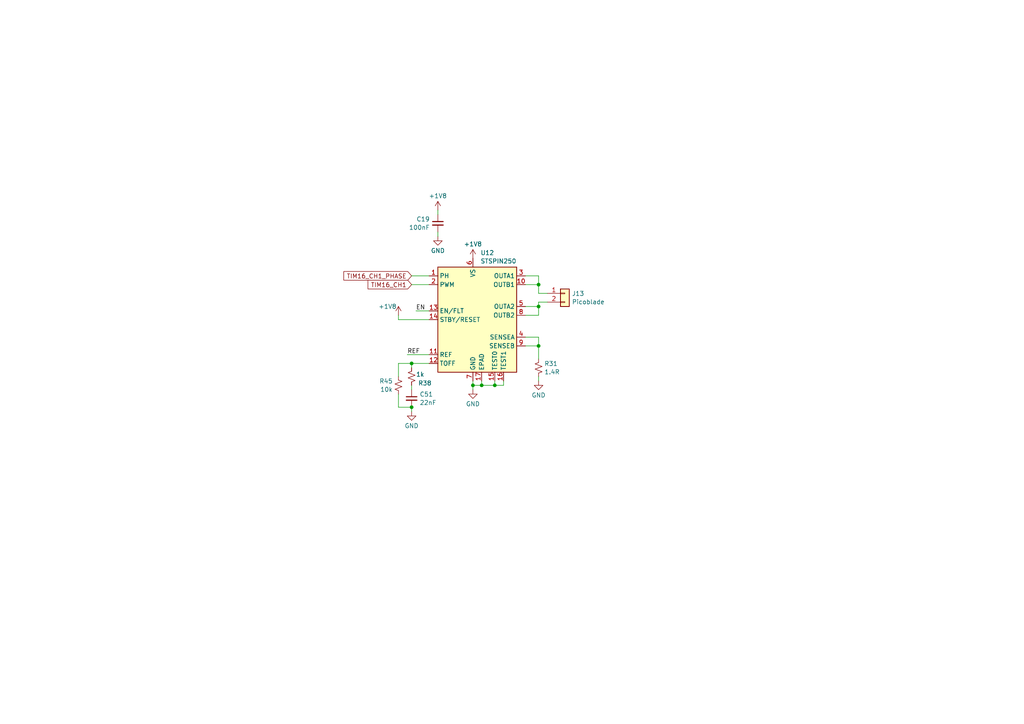
<source format=kicad_sch>
(kicad_sch (version 20230121) (generator eeschema)

  (uuid d3ae3c29-a710-4f7b-94c4-9f99cb159c5b)

  (paper "A4")

  (lib_symbols
    (symbol "Connector_Generic:Conn_01x02" (pin_names (offset 1.016) hide) (in_bom yes) (on_board yes)
      (property "Reference" "J" (at 0 2.54 0)
        (effects (font (size 1.27 1.27)))
      )
      (property "Value" "Conn_01x02" (at 0 -5.08 0)
        (effects (font (size 1.27 1.27)))
      )
      (property "Footprint" "" (at 0 0 0)
        (effects (font (size 1.27 1.27)) hide)
      )
      (property "Datasheet" "~" (at 0 0 0)
        (effects (font (size 1.27 1.27)) hide)
      )
      (property "ki_keywords" "connector" (at 0 0 0)
        (effects (font (size 1.27 1.27)) hide)
      )
      (property "ki_description" "Generic connector, single row, 01x02, script generated (kicad-library-utils/schlib/autogen/connector/)" (at 0 0 0)
        (effects (font (size 1.27 1.27)) hide)
      )
      (property "ki_fp_filters" "Connector*:*_1x??_*" (at 0 0 0)
        (effects (font (size 1.27 1.27)) hide)
      )
      (symbol "Conn_01x02_1_1"
        (rectangle (start -1.27 -2.413) (end 0 -2.667)
          (stroke (width 0.1524) (type default))
          (fill (type none))
        )
        (rectangle (start -1.27 0.127) (end 0 -0.127)
          (stroke (width 0.1524) (type default))
          (fill (type none))
        )
        (rectangle (start -1.27 1.27) (end 1.27 -3.81)
          (stroke (width 0.254) (type default))
          (fill (type background))
        )
        (pin passive line (at -5.08 0 0) (length 3.81)
          (name "Pin_1" (effects (font (size 1.27 1.27))))
          (number "1" (effects (font (size 1.27 1.27))))
        )
        (pin passive line (at -5.08 -2.54 0) (length 3.81)
          (name "Pin_2" (effects (font (size 1.27 1.27))))
          (number "2" (effects (font (size 1.27 1.27))))
        )
      )
    )
    (symbol "Device:C_Small" (pin_numbers hide) (pin_names (offset 0.254) hide) (in_bom yes) (on_board yes)
      (property "Reference" "C" (at 0.254 1.778 0)
        (effects (font (size 1.27 1.27)) (justify left))
      )
      (property "Value" "C_Small" (at 0.254 -2.032 0)
        (effects (font (size 1.27 1.27)) (justify left))
      )
      (property "Footprint" "" (at 0 0 0)
        (effects (font (size 1.27 1.27)) hide)
      )
      (property "Datasheet" "~" (at 0 0 0)
        (effects (font (size 1.27 1.27)) hide)
      )
      (property "ki_keywords" "capacitor cap" (at 0 0 0)
        (effects (font (size 1.27 1.27)) hide)
      )
      (property "ki_description" "Unpolarized capacitor, small symbol" (at 0 0 0)
        (effects (font (size 1.27 1.27)) hide)
      )
      (property "ki_fp_filters" "C_*" (at 0 0 0)
        (effects (font (size 1.27 1.27)) hide)
      )
      (symbol "C_Small_0_1"
        (polyline
          (pts
            (xy -1.524 -0.508)
            (xy 1.524 -0.508)
          )
          (stroke (width 0.3302) (type default))
          (fill (type none))
        )
        (polyline
          (pts
            (xy -1.524 0.508)
            (xy 1.524 0.508)
          )
          (stroke (width 0.3048) (type default))
          (fill (type none))
        )
      )
      (symbol "C_Small_1_1"
        (pin passive line (at 0 2.54 270) (length 2.032)
          (name "~" (effects (font (size 1.27 1.27))))
          (number "1" (effects (font (size 1.27 1.27))))
        )
        (pin passive line (at 0 -2.54 90) (length 2.032)
          (name "~" (effects (font (size 1.27 1.27))))
          (number "2" (effects (font (size 1.27 1.27))))
        )
      )
    )
    (symbol "Device:R_Small_US" (pin_numbers hide) (pin_names (offset 0.254) hide) (in_bom yes) (on_board yes)
      (property "Reference" "R" (at 0.762 0.508 0)
        (effects (font (size 1.27 1.27)) (justify left))
      )
      (property "Value" "R_Small_US" (at 0.762 -1.016 0)
        (effects (font (size 1.27 1.27)) (justify left))
      )
      (property "Footprint" "" (at 0 0 0)
        (effects (font (size 1.27 1.27)) hide)
      )
      (property "Datasheet" "~" (at 0 0 0)
        (effects (font (size 1.27 1.27)) hide)
      )
      (property "ki_keywords" "r resistor" (at 0 0 0)
        (effects (font (size 1.27 1.27)) hide)
      )
      (property "ki_description" "Resistor, small US symbol" (at 0 0 0)
        (effects (font (size 1.27 1.27)) hide)
      )
      (property "ki_fp_filters" "R_*" (at 0 0 0)
        (effects (font (size 1.27 1.27)) hide)
      )
      (symbol "R_Small_US_1_1"
        (polyline
          (pts
            (xy 0 0)
            (xy 1.016 -0.381)
            (xy 0 -0.762)
            (xy -1.016 -1.143)
            (xy 0 -1.524)
          )
          (stroke (width 0) (type default))
          (fill (type none))
        )
        (polyline
          (pts
            (xy 0 1.524)
            (xy 1.016 1.143)
            (xy 0 0.762)
            (xy -1.016 0.381)
            (xy 0 0)
          )
          (stroke (width 0) (type default))
          (fill (type none))
        )
        (pin passive line (at 0 2.54 270) (length 1.016)
          (name "~" (effects (font (size 1.27 1.27))))
          (number "1" (effects (font (size 1.27 1.27))))
        )
        (pin passive line (at 0 -2.54 90) (length 1.016)
          (name "~" (effects (font (size 1.27 1.27))))
          (number "2" (effects (font (size 1.27 1.27))))
        )
      )
    )
    (symbol "components_2:STSPIN250" (in_bom yes) (on_board yes)
      (property "Reference" "U" (at 6.35 21.59 0)
        (effects (font (size 1.27 1.27)))
      )
      (property "Value" "STSPIN250" (at 11.43 19.05 0)
        (effects (font (size 1.27 1.27)))
      )
      (property "Footprint" "" (at 0 24.13 0)
        (effects (font (size 1.27 1.27)) hide)
      )
      (property "Datasheet" "" (at 0 24.13 0)
        (effects (font (size 1.27 1.27)) hide)
      )
      (symbol "STSPIN250_0_1"
        (rectangle (start -10.16 15.24) (end 12.7 -15.24)
          (stroke (width 0.254) (type default))
          (fill (type background))
        )
      )
      (symbol "STSPIN250_1_1"
        (pin input line (at -12.7 12.7 0) (length 2.54)
          (name "PH" (effects (font (size 1.27 1.27))))
          (number "1" (effects (font (size 1.27 1.27))))
        )
        (pin power_out line (at 15.24 10.16 180) (length 2.54)
          (name "OUTB1" (effects (font (size 1.27 1.27))))
          (number "10" (effects (font (size 1.27 1.27))))
        )
        (pin input line (at -12.7 -10.16 0) (length 2.54)
          (name "REF" (effects (font (size 1.27 1.27))))
          (number "11" (effects (font (size 1.27 1.27))))
        )
        (pin input line (at -12.7 -12.7 0) (length 2.54)
          (name "TOFF" (effects (font (size 1.27 1.27))))
          (number "12" (effects (font (size 1.27 1.27))))
        )
        (pin bidirectional line (at -12.7 2.54 0) (length 2.54)
          (name "EN/FLT" (effects (font (size 1.27 1.27))))
          (number "13" (effects (font (size 1.27 1.27))))
        )
        (pin input line (at -12.7 0 0) (length 2.54)
          (name "STBY/RESET" (effects (font (size 1.27 1.27))))
          (number "14" (effects (font (size 1.27 1.27))))
        )
        (pin input line (at 6.35 -17.78 90) (length 2.54)
          (name "TEST0" (effects (font (size 1.27 1.27))))
          (number "15" (effects (font (size 1.27 1.27))))
        )
        (pin input line (at 8.89 -17.78 90) (length 2.54)
          (name "TEST1" (effects (font (size 1.27 1.27))))
          (number "16" (effects (font (size 1.27 1.27))))
        )
        (pin power_in line (at 2.54 -17.78 90) (length 2.54)
          (name "EPAD" (effects (font (size 1.27 1.27))))
          (number "17" (effects (font (size 1.27 1.27))))
        )
        (pin input line (at -12.7 10.16 0) (length 2.54)
          (name "PWM" (effects (font (size 1.27 1.27))))
          (number "2" (effects (font (size 1.27 1.27))))
        )
        (pin power_out line (at 15.24 12.7 180) (length 2.54)
          (name "OUTA1" (effects (font (size 1.27 1.27))))
          (number "3" (effects (font (size 1.27 1.27))))
        )
        (pin power_out line (at 15.24 -5.08 180) (length 2.54)
          (name "SENSEA" (effects (font (size 1.27 1.27))))
          (number "4" (effects (font (size 1.27 1.27))))
        )
        (pin power_out line (at 15.24 3.81 180) (length 2.54)
          (name "OUTA2" (effects (font (size 1.27 1.27))))
          (number "5" (effects (font (size 1.27 1.27))))
        )
        (pin power_in line (at 0 17.78 270) (length 2.54)
          (name "VS" (effects (font (size 1.27 1.27))))
          (number "6" (effects (font (size 1.27 1.27))))
        )
        (pin power_in line (at 0 -17.78 90) (length 2.54)
          (name "GND" (effects (font (size 1.27 1.27))))
          (number "7" (effects (font (size 1.27 1.27))))
        )
        (pin power_out line (at 15.24 1.27 180) (length 2.54)
          (name "OUTB2" (effects (font (size 1.27 1.27))))
          (number "8" (effects (font (size 1.27 1.27))))
        )
        (pin power_out line (at 15.24 -7.62 180) (length 2.54)
          (name "SENSEB" (effects (font (size 1.27 1.27))))
          (number "9" (effects (font (size 1.27 1.27))))
        )
      )
    )
    (symbol "power:+1V8" (power) (pin_names (offset 0)) (in_bom yes) (on_board yes)
      (property "Reference" "#PWR" (at 0 -3.81 0)
        (effects (font (size 1.27 1.27)) hide)
      )
      (property "Value" "+1V8" (at 0 3.556 0)
        (effects (font (size 1.27 1.27)))
      )
      (property "Footprint" "" (at 0 0 0)
        (effects (font (size 1.27 1.27)) hide)
      )
      (property "Datasheet" "" (at 0 0 0)
        (effects (font (size 1.27 1.27)) hide)
      )
      (property "ki_keywords" "global power" (at 0 0 0)
        (effects (font (size 1.27 1.27)) hide)
      )
      (property "ki_description" "Power symbol creates a global label with name \"+1V8\"" (at 0 0 0)
        (effects (font (size 1.27 1.27)) hide)
      )
      (symbol "+1V8_0_1"
        (polyline
          (pts
            (xy -0.762 1.27)
            (xy 0 2.54)
          )
          (stroke (width 0) (type default))
          (fill (type none))
        )
        (polyline
          (pts
            (xy 0 0)
            (xy 0 2.54)
          )
          (stroke (width 0) (type default))
          (fill (type none))
        )
        (polyline
          (pts
            (xy 0 2.54)
            (xy 0.762 1.27)
          )
          (stroke (width 0) (type default))
          (fill (type none))
        )
      )
      (symbol "+1V8_1_1"
        (pin power_in line (at 0 0 90) (length 0) hide
          (name "+1V8" (effects (font (size 1.27 1.27))))
          (number "1" (effects (font (size 1.27 1.27))))
        )
      )
    )
    (symbol "power:GND" (power) (pin_names (offset 0)) (in_bom yes) (on_board yes)
      (property "Reference" "#PWR" (at 0 -6.35 0)
        (effects (font (size 1.27 1.27)) hide)
      )
      (property "Value" "GND" (at 0 -3.81 0)
        (effects (font (size 1.27 1.27)))
      )
      (property "Footprint" "" (at 0 0 0)
        (effects (font (size 1.27 1.27)) hide)
      )
      (property "Datasheet" "" (at 0 0 0)
        (effects (font (size 1.27 1.27)) hide)
      )
      (property "ki_keywords" "global power" (at 0 0 0)
        (effects (font (size 1.27 1.27)) hide)
      )
      (property "ki_description" "Power symbol creates a global label with name \"GND\" , ground" (at 0 0 0)
        (effects (font (size 1.27 1.27)) hide)
      )
      (symbol "GND_0_1"
        (polyline
          (pts
            (xy 0 0)
            (xy 0 -1.27)
            (xy 1.27 -1.27)
            (xy 0 -2.54)
            (xy -1.27 -1.27)
            (xy 0 -1.27)
          )
          (stroke (width 0) (type default))
          (fill (type none))
        )
      )
      (symbol "GND_1_1"
        (pin power_in line (at 0 0 270) (length 0) hide
          (name "GND" (effects (font (size 1.27 1.27))))
          (number "1" (effects (font (size 1.27 1.27))))
        )
      )
    )
  )

  (junction (at 156.21 88.9) (diameter 0) (color 0 0 0 0)
    (uuid 434cb4db-e008-497a-ac75-29356549856d)
  )
  (junction (at 156.21 82.55) (diameter 0) (color 0 0 0 0)
    (uuid 73c65292-b353-4b6d-8478-edeff7afb8c7)
  )
  (junction (at 119.38 118.11) (diameter 0) (color 0 0 0 0)
    (uuid 94b6b8c9-8047-4795-9a9c-fb7cd95c839f)
  )
  (junction (at 156.21 100.33) (diameter 0) (color 0 0 0 0)
    (uuid a7a6fb4e-42d6-42a7-bbf0-d6c88e0348fa)
  )
  (junction (at 143.51 111.76) (diameter 0) (color 0 0 0 0)
    (uuid b3b1cf1f-3840-4d7e-9047-79997c3d87d6)
  )
  (junction (at 137.16 111.76) (diameter 0) (color 0 0 0 0)
    (uuid cbccabf5-514d-4f33-a5e2-8afd2e5196d0)
  )
  (junction (at 119.38 105.41) (diameter 0) (color 0 0 0 0)
    (uuid e8e8b19e-38ee-46f6-abe7-2eb9415a0c45)
  )
  (junction (at 139.7 111.76) (diameter 0) (color 0 0 0 0)
    (uuid ef668624-f822-4384-8bde-da48dda47b2b)
  )

  (wire (pts (xy 158.75 87.63) (xy 156.21 87.63))
    (stroke (width 0) (type default))
    (uuid 03cd1acd-860c-41b6-a0cf-6e5051d36e0a)
  )
  (wire (pts (xy 119.38 119.38) (xy 119.38 118.11))
    (stroke (width 0) (type default))
    (uuid 0b449ecc-9c82-4820-8698-d2d4d1a6b484)
  )
  (wire (pts (xy 152.4 91.44) (xy 156.21 91.44))
    (stroke (width 0) (type default))
    (uuid 0eadbab4-a729-4a40-b7f8-df60fec4a64f)
  )
  (wire (pts (xy 115.57 92.71) (xy 124.46 92.71))
    (stroke (width 0) (type default))
    (uuid 0f466d35-9b0b-4ceb-b8cd-ea19adb3e898)
  )
  (wire (pts (xy 143.51 111.76) (xy 143.51 110.49))
    (stroke (width 0) (type default))
    (uuid 19da91f9-6a5f-48be-9fcf-aa2467619f8e)
  )
  (wire (pts (xy 156.21 100.33) (xy 156.21 104.14))
    (stroke (width 0) (type default))
    (uuid 1b9f4e11-f494-4182-b389-bc772a267783)
  )
  (wire (pts (xy 115.57 105.41) (xy 119.38 105.41))
    (stroke (width 0) (type default))
    (uuid 20724527-7776-4670-b0cc-9f7d650e952e)
  )
  (wire (pts (xy 156.21 97.79) (xy 156.21 100.33))
    (stroke (width 0) (type default))
    (uuid 23522f3e-82c7-4660-bf36-698bed9ff747)
  )
  (wire (pts (xy 115.57 105.41) (xy 115.57 109.22))
    (stroke (width 0) (type default))
    (uuid 266f7f8c-85f0-4bfc-ac14-3e43d1278dbb)
  )
  (wire (pts (xy 118.11 102.87) (xy 124.46 102.87))
    (stroke (width 0) (type default))
    (uuid 281cc014-5e66-4632-bf75-9540f4ceba37)
  )
  (wire (pts (xy 139.7 111.76) (xy 143.51 111.76))
    (stroke (width 0) (type default))
    (uuid 2c7a6d3a-27d4-47e9-a4c8-a2f54c3346dd)
  )
  (wire (pts (xy 115.57 91.44) (xy 115.57 92.71))
    (stroke (width 0) (type default))
    (uuid 2e373b68-696b-43be-8c67-9f63ce48e298)
  )
  (wire (pts (xy 119.38 111.76) (xy 119.38 113.03))
    (stroke (width 0) (type default))
    (uuid 2e7aa4f7-2f59-45c0-9c9e-df1fa5d386ac)
  )
  (wire (pts (xy 156.21 88.9) (xy 156.21 91.44))
    (stroke (width 0) (type default))
    (uuid 445ea813-6607-4352-8695-0473fe659a8a)
  )
  (wire (pts (xy 137.16 111.76) (xy 137.16 113.03))
    (stroke (width 0) (type default))
    (uuid 45a19862-9131-4617-be6d-7f257a3c5054)
  )
  (wire (pts (xy 139.7 111.76) (xy 139.7 110.49))
    (stroke (width 0) (type default))
    (uuid 487c0dd1-8201-4f33-b8f2-393144b038f8)
  )
  (wire (pts (xy 146.05 111.76) (xy 146.05 110.49))
    (stroke (width 0) (type default))
    (uuid 4ce01599-ccbc-4594-b42d-d099858787a8)
  )
  (wire (pts (xy 119.38 82.55) (xy 124.46 82.55))
    (stroke (width 0) (type default))
    (uuid 5418412b-ffe1-4f1e-a707-a577605f13c8)
  )
  (wire (pts (xy 137.16 110.49) (xy 137.16 111.76))
    (stroke (width 0) (type default))
    (uuid 603a7429-cd78-4607-ab5d-caf3dfa7385e)
  )
  (wire (pts (xy 156.21 85.09) (xy 158.75 85.09))
    (stroke (width 0) (type default))
    (uuid 6d3e1bae-fd32-4e05-b28b-78396ec183c2)
  )
  (wire (pts (xy 127 67.31) (xy 127 68.58))
    (stroke (width 0) (type default))
    (uuid 78851fe2-9688-4dbc-9a81-e27ce981c1f3)
  )
  (wire (pts (xy 156.21 82.55) (xy 156.21 85.09))
    (stroke (width 0) (type default))
    (uuid 815d45b0-8540-4fa8-8a69-4ab3476e3638)
  )
  (wire (pts (xy 152.4 82.55) (xy 156.21 82.55))
    (stroke (width 0) (type default))
    (uuid 911ea3c5-c522-48e4-b8b7-ffe02eb55a93)
  )
  (wire (pts (xy 143.51 111.76) (xy 146.05 111.76))
    (stroke (width 0) (type default))
    (uuid 91d6b792-46f7-47f9-91e4-44f1397bc96d)
  )
  (wire (pts (xy 152.4 97.79) (xy 156.21 97.79))
    (stroke (width 0) (type default))
    (uuid a13d80eb-dd9f-4a70-b224-482e1c96e3df)
  )
  (wire (pts (xy 156.21 88.9) (xy 152.4 88.9))
    (stroke (width 0) (type default))
    (uuid a660deba-e634-41a5-9be9-1acdd54ca362)
  )
  (wire (pts (xy 119.38 80.01) (xy 124.46 80.01))
    (stroke (width 0) (type default))
    (uuid abd0a0a6-00d5-4406-8285-ce0214ad90cb)
  )
  (wire (pts (xy 152.4 100.33) (xy 156.21 100.33))
    (stroke (width 0) (type default))
    (uuid b7184f51-76fc-4818-af53-3af825e81bd1)
  )
  (wire (pts (xy 115.57 118.11) (xy 119.38 118.11))
    (stroke (width 0) (type default))
    (uuid c318da2f-fddf-4636-993e-5bc7cca1beac)
  )
  (wire (pts (xy 156.21 80.01) (xy 156.21 82.55))
    (stroke (width 0) (type default))
    (uuid df2ba190-63ee-43e9-80ec-603bc7b1877f)
  )
  (wire (pts (xy 137.16 111.76) (xy 139.7 111.76))
    (stroke (width 0) (type default))
    (uuid e3059f48-6eba-4772-a1e5-7160201bb03c)
  )
  (wire (pts (xy 120.65 90.17) (xy 124.46 90.17))
    (stroke (width 0) (type default))
    (uuid e9a31b84-fa76-47dc-b181-4530f0359c14)
  )
  (wire (pts (xy 156.21 109.22) (xy 156.21 110.49))
    (stroke (width 0) (type default))
    (uuid eb020714-22ff-400a-b95c-78631cd48784)
  )
  (wire (pts (xy 119.38 105.41) (xy 119.38 106.68))
    (stroke (width 0) (type default))
    (uuid f1eb8655-58c5-4a22-8f79-c4cc1f1bf9d1)
  )
  (wire (pts (xy 127 60.96) (xy 127 62.23))
    (stroke (width 0) (type default))
    (uuid f720122c-4380-418b-9614-9675d2e484e4)
  )
  (wire (pts (xy 115.57 114.3) (xy 115.57 118.11))
    (stroke (width 0) (type default))
    (uuid f7316a7e-2476-4819-8fb7-96fb7a77e1e5)
  )
  (wire (pts (xy 119.38 105.41) (xy 124.46 105.41))
    (stroke (width 0) (type default))
    (uuid f7a28afd-0294-4a52-a35d-87b0cb052b0f)
  )
  (wire (pts (xy 156.21 87.63) (xy 156.21 88.9))
    (stroke (width 0) (type default))
    (uuid fd07932c-b6c9-4dc1-bdde-48111e3bddea)
  )
  (wire (pts (xy 152.4 80.01) (xy 156.21 80.01))
    (stroke (width 0) (type default))
    (uuid fd3999ed-52e0-460b-b2ea-b4287d468792)
  )

  (label "REF" (at 118.11 102.87 0) (fields_autoplaced)
    (effects (font (size 1.27 1.27)) (justify left bottom))
    (uuid 628b10f0-1978-4e01-9101-0252ddf2d5a9)
  )
  (label "EN" (at 120.65 90.17 0) (fields_autoplaced)
    (effects (font (size 1.27 1.27)) (justify left bottom))
    (uuid cc3ae181-a2dc-4730-89a8-d239b9afe088)
  )

  (global_label "TIM16_CH1" (shape input) (at 119.38 82.55 180) (fields_autoplaced)
    (effects (font (size 1.27 1.27)) (justify right))
    (uuid 598a5c66-5054-423e-b74c-b0f55b5d8037)
    (property "Intersheetrefs" "${INTERSHEET_REFS}" (at 106.1744 82.55 0)
      (effects (font (size 1.27 1.27)) (justify right) hide)
    )
  )
  (global_label "TIM16_CH1_PHASE" (shape input) (at 119.38 80.01 180) (fields_autoplaced)
    (effects (font (size 1.27 1.27)) (justify right))
    (uuid bb4889c2-260d-402b-abe7-bb313516177b)
    (property "Intersheetrefs" "${INTERSHEET_REFS}" (at 99.1592 80.01 0)
      (effects (font (size 1.27 1.27)) (justify right) hide)
    )
  )

  (symbol (lib_id "components_2:STSPIN250") (at 137.16 92.71 0) (unit 1)
    (in_bom yes) (on_board yes) (dnp no) (fields_autoplaced)
    (uuid 19eeca92-6ca8-4a31-b672-8fde65669788)
    (property "Reference" "U12" (at 139.3541 73.3257 0)
      (effects (font (size 1.27 1.27)) (justify left))
    )
    (property "Value" "STSPIN250" (at 139.3541 75.7499 0)
      (effects (font (size 1.27 1.27)) (justify left))
    )
    (property "Footprint" "Ultra_librarian:VFQFPN16_STSPIN_STM" (at 137.16 68.58 0)
      (effects (font (size 1.27 1.27)) hide)
    )
    (property "Datasheet" "" (at 137.16 68.58 0)
      (effects (font (size 1.27 1.27)) hide)
    )
    (property "LCSC" "C155561" (at 137.16 92.71 0)
      (effects (font (size 1.27 1.27)) hide)
    )
    (pin "1" (uuid e46c6c14-ad89-41e7-8adc-19629b9363a5))
    (pin "10" (uuid 97811da0-6c20-4a56-8acc-ede948d652a4))
    (pin "11" (uuid 6cd8da83-5e41-42b5-9795-1502d753ce59))
    (pin "12" (uuid 5072d2bc-849c-45b0-86a6-f246efd8c396))
    (pin "13" (uuid 4e2c5edb-598c-4673-981e-bcf1a29386c7))
    (pin "14" (uuid ed236e16-818c-40c0-8947-e853eeccb1af))
    (pin "15" (uuid 027bc0af-25d8-4ee4-b50a-e4daa7fb83c4))
    (pin "16" (uuid 1f78152d-2d05-4851-8d13-4c6d33a2c056))
    (pin "17" (uuid 2a41c778-4014-4d8b-a467-265f45364098))
    (pin "2" (uuid d0ed151e-5bd0-4e9e-9f18-83566a9c2c95))
    (pin "3" (uuid e5cded07-f179-4277-acae-df617063fae1))
    (pin "4" (uuid 7dcbdaa4-9ce3-441b-bc2b-1453d2e23489))
    (pin "5" (uuid 73c7dc44-4717-45ba-9c72-8d83ddba3050))
    (pin "6" (uuid b625d927-c8b1-4d35-b443-f77956de00b2))
    (pin "7" (uuid fac90f5f-7773-4d00-a29d-cf122037bab4))
    (pin "8" (uuid a5d3c886-c924-40c6-89f2-10d7a9adb180))
    (pin "9" (uuid 917c6d82-403f-49be-8bb7-e6186ace1d0d))
    (instances
      (project "KASM_PCB_REV1"
        (path "/bcd76057-59fd-41c5-bb52-9bafb2ef74e0/04e958db-aa3d-41e7-905b-1283accbf3a5"
          (reference "U12") (unit 1)
        )
        (path "/bcd76057-59fd-41c5-bb52-9bafb2ef74e0/04e958db-aa3d-41e7-905b-1283accbf3a5/18dc00ae-3159-4780-b672-12977f79e5ac"
          (reference "U5") (unit 1)
        )
        (path "/bcd76057-59fd-41c5-bb52-9bafb2ef74e0/04e958db-aa3d-41e7-905b-1283accbf3a5/0e4a8bf2-0dd0-4daf-93f5-21aaab6e9079"
          (reference "U12") (unit 1)
        )
        (path "/bcd76057-59fd-41c5-bb52-9bafb2ef74e0/04e958db-aa3d-41e7-905b-1283accbf3a5/fa3e3175-0ec2-4c23-918b-18b69f6d22c9"
          (reference "U7") (unit 1)
        )
        (path "/bcd76057-59fd-41c5-bb52-9bafb2ef74e0/04e958db-aa3d-41e7-905b-1283accbf3a5/5eb57887-e81e-4477-9dd7-7aacc0de0d0b"
          (reference "U34") (unit 1)
        )
        (path "/bcd76057-59fd-41c5-bb52-9bafb2ef74e0/04e958db-aa3d-41e7-905b-1283accbf3a5/e0928f68-e618-4bed-a90d-d4217e4537fe"
          (reference "U35") (unit 1)
        )
        (path "/bcd76057-59fd-41c5-bb52-9bafb2ef74e0/04e958db-aa3d-41e7-905b-1283accbf3a5/035548b8-a31f-4ce4-88ad-eb25e49c8086"
          (reference "U36") (unit 1)
        )
        (path "/bcd76057-59fd-41c5-bb52-9bafb2ef74e0/04e958db-aa3d-41e7-905b-1283accbf3a5/ea7abcee-3bcc-4e0d-ba1f-bfc5afeaff56"
          (reference "U37") (unit 1)
        )
        (path "/bcd76057-59fd-41c5-bb52-9bafb2ef74e0/04e958db-aa3d-41e7-905b-1283accbf3a5/d43b2610-0e88-49f5-accf-91021c3a3747"
          (reference "U38") (unit 1)
        )
        (path "/bcd76057-59fd-41c5-bb52-9bafb2ef74e0/04e958db-aa3d-41e7-905b-1283accbf3a5/183aa310-3222-4137-baac-257f5699b820"
          (reference "U39") (unit 1)
        )
        (path "/bcd76057-59fd-41c5-bb52-9bafb2ef74e0/04e958db-aa3d-41e7-905b-1283accbf3a5/517c7ed0-094c-4bf8-893e-b74da427973a"
          (reference "U40") (unit 1)
        )
        (path "/bcd76057-59fd-41c5-bb52-9bafb2ef74e0/04e958db-aa3d-41e7-905b-1283accbf3a5/31bee4a8-b94d-44ab-a7b7-0e5ab7943934"
          (reference "U41") (unit 1)
        )
        (path "/bcd76057-59fd-41c5-bb52-9bafb2ef74e0/04e958db-aa3d-41e7-905b-1283accbf3a5/3c7f0f67-84e4-46e0-ae69-a3c8008fc518"
          (reference "U42") (unit 1)
        )
        (path "/bcd76057-59fd-41c5-bb52-9bafb2ef74e0/04e958db-aa3d-41e7-905b-1283accbf3a5/09624144-9abc-4214-b8b3-19be92fa01bb"
          (reference "U43") (unit 1)
        )
        (path "/bcd76057-59fd-41c5-bb52-9bafb2ef74e0/04e958db-aa3d-41e7-905b-1283accbf3a5/debcf873-ffd9-4218-a838-354e10f40114"
          (reference "U44") (unit 1)
        )
        (path "/bcd76057-59fd-41c5-bb52-9bafb2ef74e0/04e958db-aa3d-41e7-905b-1283accbf3a5/f3d20732-cdac-44e3-a331-3cd31b97ff57"
          (reference "U45") (unit 1)
        )
        (path "/bcd76057-59fd-41c5-bb52-9bafb2ef74e0/04e958db-aa3d-41e7-905b-1283accbf3a5/d282b751-7721-4014-b2b7-469980c2fd3d"
          (reference "U46") (unit 1)
        )
        (path "/bcd76057-59fd-41c5-bb52-9bafb2ef74e0/04e958db-aa3d-41e7-905b-1283accbf3a5/2f342150-1aa1-4808-811e-c8652a7360ed"
          (reference "U47") (unit 1)
        )
        (path "/bcd76057-59fd-41c5-bb52-9bafb2ef74e0/04e958db-aa3d-41e7-905b-1283accbf3a5/880b3b36-85e8-4c3c-aa09-491ac2842d9f"
          (reference "U48") (unit 1)
        )
        (path "/bcd76057-59fd-41c5-bb52-9bafb2ef74e0/04e958db-aa3d-41e7-905b-1283accbf3a5/a00a6dc6-5da7-4e1f-b4ec-6af8efc204f4"
          (reference "U49") (unit 1)
        )
        (path "/bcd76057-59fd-41c5-bb52-9bafb2ef74e0/04e958db-aa3d-41e7-905b-1283accbf3a5/fb97f32a-344e-42d0-80a3-2f30f649c95b"
          (reference "U50") (unit 1)
        )
        (path "/bcd76057-59fd-41c5-bb52-9bafb2ef74e0/04e958db-aa3d-41e7-905b-1283accbf3a5/758d2951-640e-4c88-be12-1a100eb086a5"
          (reference "U51") (unit 1)
        )
        (path "/bcd76057-59fd-41c5-bb52-9bafb2ef74e0/04e958db-aa3d-41e7-905b-1283accbf3a5/1e6d7f69-4122-453e-9254-d2339f5150d7"
          (reference "U52") (unit 1)
        )
        (path "/bcd76057-59fd-41c5-bb52-9bafb2ef74e0/04e958db-aa3d-41e7-905b-1283accbf3a5/cc8e9e82-b38f-4c96-81d0-3ca8ac77f771"
          (reference "U53") (unit 1)
        )
        (path "/bcd76057-59fd-41c5-bb52-9bafb2ef74e0/04e958db-aa3d-41e7-905b-1283accbf3a5/b1894ed9-6a63-4439-a2e8-1827c3e49ee7"
          (reference "U54") (unit 1)
        )
        (path "/bcd76057-59fd-41c5-bb52-9bafb2ef74e0/04e958db-aa3d-41e7-905b-1283accbf3a5/a49d49c7-da1f-4137-a620-bdc9f58595d1"
          (reference "U55") (unit 1)
        )
        (path "/bcd76057-59fd-41c5-bb52-9bafb2ef74e0/04e958db-aa3d-41e7-905b-1283accbf3a5/317da025-5f62-4c93-8d06-7954e608af1c"
          (reference "U57") (unit 1)
        )
        (path "/bcd76057-59fd-41c5-bb52-9bafb2ef74e0/04e958db-aa3d-41e7-905b-1283accbf3a5/80cd4e08-0efe-488f-8e92-54beb1b4d1f2"
          (reference "U56") (unit 1)
        )
      )
    )
  )

  (symbol (lib_id "power:GND") (at 119.38 119.38 0) (unit 1)
    (in_bom yes) (on_board yes) (dnp no)
    (uuid 1b560aea-f1d1-4242-9055-9226e0b1f112)
    (property "Reference" "#PWR0113" (at 119.38 125.73 0)
      (effects (font (size 1.27 1.27)) hide)
    )
    (property "Value" "GND" (at 119.38 123.5131 0)
      (effects (font (size 1.27 1.27)))
    )
    (property "Footprint" "" (at 119.38 119.38 0)
      (effects (font (size 1.27 1.27)) hide)
    )
    (property "Datasheet" "" (at 119.38 119.38 0)
      (effects (font (size 1.27 1.27)) hide)
    )
    (pin "1" (uuid 4637a27a-c5c6-4311-b6dc-3fecae4bd51a))
    (instances
      (project "KASM_PCB_REV1"
        (path "/bcd76057-59fd-41c5-bb52-9bafb2ef74e0/04e958db-aa3d-41e7-905b-1283accbf3a5"
          (reference "#PWR0113") (unit 1)
        )
        (path "/bcd76057-59fd-41c5-bb52-9bafb2ef74e0/04e958db-aa3d-41e7-905b-1283accbf3a5/18dc00ae-3159-4780-b672-12977f79e5ac"
          (reference "#PWR0106") (unit 1)
        )
        (path "/bcd76057-59fd-41c5-bb52-9bafb2ef74e0/04e958db-aa3d-41e7-905b-1283accbf3a5/0e4a8bf2-0dd0-4daf-93f5-21aaab6e9079"
          (reference "#PWR0262") (unit 1)
        )
        (path "/bcd76057-59fd-41c5-bb52-9bafb2ef74e0/04e958db-aa3d-41e7-905b-1283accbf3a5/fa3e3175-0ec2-4c23-918b-18b69f6d22c9"
          (reference "#PWR0108") (unit 1)
        )
        (path "/bcd76057-59fd-41c5-bb52-9bafb2ef74e0/04e958db-aa3d-41e7-905b-1283accbf3a5/5eb57887-e81e-4477-9dd7-7aacc0de0d0b"
          (reference "#PWR0269") (unit 1)
        )
        (path "/bcd76057-59fd-41c5-bb52-9bafb2ef74e0/04e958db-aa3d-41e7-905b-1283accbf3a5/e0928f68-e618-4bed-a90d-d4217e4537fe"
          (reference "#PWR0276") (unit 1)
        )
        (path "/bcd76057-59fd-41c5-bb52-9bafb2ef74e0/04e958db-aa3d-41e7-905b-1283accbf3a5/035548b8-a31f-4ce4-88ad-eb25e49c8086"
          (reference "#PWR0283") (unit 1)
        )
        (path "/bcd76057-59fd-41c5-bb52-9bafb2ef74e0/04e958db-aa3d-41e7-905b-1283accbf3a5/ea7abcee-3bcc-4e0d-ba1f-bfc5afeaff56"
          (reference "#PWR0290") (unit 1)
        )
        (path "/bcd76057-59fd-41c5-bb52-9bafb2ef74e0/04e958db-aa3d-41e7-905b-1283accbf3a5/d43b2610-0e88-49f5-accf-91021c3a3747"
          (reference "#PWR0297") (unit 1)
        )
        (path "/bcd76057-59fd-41c5-bb52-9bafb2ef74e0/04e958db-aa3d-41e7-905b-1283accbf3a5/183aa310-3222-4137-baac-257f5699b820"
          (reference "#PWR0304") (unit 1)
        )
        (path "/bcd76057-59fd-41c5-bb52-9bafb2ef74e0/04e958db-aa3d-41e7-905b-1283accbf3a5/517c7ed0-094c-4bf8-893e-b74da427973a"
          (reference "#PWR0311") (unit 1)
        )
        (path "/bcd76057-59fd-41c5-bb52-9bafb2ef74e0/04e958db-aa3d-41e7-905b-1283accbf3a5/31bee4a8-b94d-44ab-a7b7-0e5ab7943934"
          (reference "#PWR0318") (unit 1)
        )
        (path "/bcd76057-59fd-41c5-bb52-9bafb2ef74e0/04e958db-aa3d-41e7-905b-1283accbf3a5/3c7f0f67-84e4-46e0-ae69-a3c8008fc518"
          (reference "#PWR0325") (unit 1)
        )
        (path "/bcd76057-59fd-41c5-bb52-9bafb2ef74e0/04e958db-aa3d-41e7-905b-1283accbf3a5/09624144-9abc-4214-b8b3-19be92fa01bb"
          (reference "#PWR0332") (unit 1)
        )
        (path "/bcd76057-59fd-41c5-bb52-9bafb2ef74e0/04e958db-aa3d-41e7-905b-1283accbf3a5/debcf873-ffd9-4218-a838-354e10f40114"
          (reference "#PWR0339") (unit 1)
        )
        (path "/bcd76057-59fd-41c5-bb52-9bafb2ef74e0/04e958db-aa3d-41e7-905b-1283accbf3a5/f3d20732-cdac-44e3-a331-3cd31b97ff57"
          (reference "#PWR0346") (unit 1)
        )
        (path "/bcd76057-59fd-41c5-bb52-9bafb2ef74e0/04e958db-aa3d-41e7-905b-1283accbf3a5/d282b751-7721-4014-b2b7-469980c2fd3d"
          (reference "#PWR0353") (unit 1)
        )
        (path "/bcd76057-59fd-41c5-bb52-9bafb2ef74e0/04e958db-aa3d-41e7-905b-1283accbf3a5/2f342150-1aa1-4808-811e-c8652a7360ed"
          (reference "#PWR0360") (unit 1)
        )
        (path "/bcd76057-59fd-41c5-bb52-9bafb2ef74e0/04e958db-aa3d-41e7-905b-1283accbf3a5/880b3b36-85e8-4c3c-aa09-491ac2842d9f"
          (reference "#PWR0367") (unit 1)
        )
        (path "/bcd76057-59fd-41c5-bb52-9bafb2ef74e0/04e958db-aa3d-41e7-905b-1283accbf3a5/a00a6dc6-5da7-4e1f-b4ec-6af8efc204f4"
          (reference "#PWR0374") (unit 1)
        )
        (path "/bcd76057-59fd-41c5-bb52-9bafb2ef74e0/04e958db-aa3d-41e7-905b-1283accbf3a5/fb97f32a-344e-42d0-80a3-2f30f649c95b"
          (reference "#PWR0381") (unit 1)
        )
        (path "/bcd76057-59fd-41c5-bb52-9bafb2ef74e0/04e958db-aa3d-41e7-905b-1283accbf3a5/758d2951-640e-4c88-be12-1a100eb086a5"
          (reference "#PWR0388") (unit 1)
        )
        (path "/bcd76057-59fd-41c5-bb52-9bafb2ef74e0/04e958db-aa3d-41e7-905b-1283accbf3a5/1e6d7f69-4122-453e-9254-d2339f5150d7"
          (reference "#PWR0395") (unit 1)
        )
        (path "/bcd76057-59fd-41c5-bb52-9bafb2ef74e0/04e958db-aa3d-41e7-905b-1283accbf3a5/cc8e9e82-b38f-4c96-81d0-3ca8ac77f771"
          (reference "#PWR0402") (unit 1)
        )
        (path "/bcd76057-59fd-41c5-bb52-9bafb2ef74e0/04e958db-aa3d-41e7-905b-1283accbf3a5/b1894ed9-6a63-4439-a2e8-1827c3e49ee7"
          (reference "#PWR0409") (unit 1)
        )
        (path "/bcd76057-59fd-41c5-bb52-9bafb2ef74e0/04e958db-aa3d-41e7-905b-1283accbf3a5/a49d49c7-da1f-4137-a620-bdc9f58595d1"
          (reference "#PWR0416") (unit 1)
        )
        (path "/bcd76057-59fd-41c5-bb52-9bafb2ef74e0/04e958db-aa3d-41e7-905b-1283accbf3a5/317da025-5f62-4c93-8d06-7954e608af1c"
          (reference "#PWR0430") (unit 1)
        )
        (path "/bcd76057-59fd-41c5-bb52-9bafb2ef74e0/04e958db-aa3d-41e7-905b-1283accbf3a5/80cd4e08-0efe-488f-8e92-54beb1b4d1f2"
          (reference "#PWR0423") (unit 1)
        )
      )
    )
  )

  (symbol (lib_id "Device:R_Small_US") (at 115.57 111.76 0) (unit 1)
    (in_bom yes) (on_board yes) (dnp no)
    (uuid 1c0f638b-f20f-4b2e-b1b4-83a656ba64a2)
    (property "Reference" "R45" (at 113.919 110.5479 0)
      (effects (font (size 1.27 1.27)) (justify right))
    )
    (property "Value" "10k" (at 113.919 112.9721 0)
      (effects (font (size 1.27 1.27)) (justify right))
    )
    (property "Footprint" "Resistor_SMD:R_0402_1005Metric" (at 115.57 111.76 0)
      (effects (font (size 1.27 1.27)) hide)
    )
    (property "Datasheet" "~" (at 115.57 111.76 0)
      (effects (font (size 1.27 1.27)) hide)
    )
    (property "LCSC" "C25744" (at 115.57 111.76 0)
      (effects (font (size 1.27 1.27)) hide)
    )
    (pin "1" (uuid 32b177db-daf9-4a6b-9c8f-4c4a6aa2c23e))
    (pin "2" (uuid 07fe93d4-1469-4ba6-a4b1-0eeff5425a0e))
    (instances
      (project "KASM_PCB_REV1"
        (path "/bcd76057-59fd-41c5-bb52-9bafb2ef74e0/04e958db-aa3d-41e7-905b-1283accbf3a5"
          (reference "R45") (unit 1)
        )
        (path "/bcd76057-59fd-41c5-bb52-9bafb2ef74e0/04e958db-aa3d-41e7-905b-1283accbf3a5/18dc00ae-3159-4780-b672-12977f79e5ac"
          (reference "R45") (unit 1)
        )
        (path "/bcd76057-59fd-41c5-bb52-9bafb2ef74e0/04e958db-aa3d-41e7-905b-1283accbf3a5/0e4a8bf2-0dd0-4daf-93f5-21aaab6e9079"
          (reference "R110") (unit 1)
        )
        (path "/bcd76057-59fd-41c5-bb52-9bafb2ef74e0/04e958db-aa3d-41e7-905b-1283accbf3a5/fa3e3175-0ec2-4c23-918b-18b69f6d22c9"
          (reference "R40") (unit 1)
        )
        (path "/bcd76057-59fd-41c5-bb52-9bafb2ef74e0/04e958db-aa3d-41e7-905b-1283accbf3a5/5eb57887-e81e-4477-9dd7-7aacc0de0d0b"
          (reference "R113") (unit 1)
        )
        (path "/bcd76057-59fd-41c5-bb52-9bafb2ef74e0/04e958db-aa3d-41e7-905b-1283accbf3a5/e0928f68-e618-4bed-a90d-d4217e4537fe"
          (reference "R116") (unit 1)
        )
        (path "/bcd76057-59fd-41c5-bb52-9bafb2ef74e0/04e958db-aa3d-41e7-905b-1283accbf3a5/035548b8-a31f-4ce4-88ad-eb25e49c8086"
          (reference "R119") (unit 1)
        )
        (path "/bcd76057-59fd-41c5-bb52-9bafb2ef74e0/04e958db-aa3d-41e7-905b-1283accbf3a5/ea7abcee-3bcc-4e0d-ba1f-bfc5afeaff56"
          (reference "R122") (unit 1)
        )
        (path "/bcd76057-59fd-41c5-bb52-9bafb2ef74e0/04e958db-aa3d-41e7-905b-1283accbf3a5/d43b2610-0e88-49f5-accf-91021c3a3747"
          (reference "R125") (unit 1)
        )
        (path "/bcd76057-59fd-41c5-bb52-9bafb2ef74e0/04e958db-aa3d-41e7-905b-1283accbf3a5/183aa310-3222-4137-baac-257f5699b820"
          (reference "R128") (unit 1)
        )
        (path "/bcd76057-59fd-41c5-bb52-9bafb2ef74e0/04e958db-aa3d-41e7-905b-1283accbf3a5/517c7ed0-094c-4bf8-893e-b74da427973a"
          (reference "R131") (unit 1)
        )
        (path "/bcd76057-59fd-41c5-bb52-9bafb2ef74e0/04e958db-aa3d-41e7-905b-1283accbf3a5/31bee4a8-b94d-44ab-a7b7-0e5ab7943934"
          (reference "R134") (unit 1)
        )
        (path "/bcd76057-59fd-41c5-bb52-9bafb2ef74e0/04e958db-aa3d-41e7-905b-1283accbf3a5/3c7f0f67-84e4-46e0-ae69-a3c8008fc518"
          (reference "R137") (unit 1)
        )
        (path "/bcd76057-59fd-41c5-bb52-9bafb2ef74e0/04e958db-aa3d-41e7-905b-1283accbf3a5/09624144-9abc-4214-b8b3-19be92fa01bb"
          (reference "R140") (unit 1)
        )
        (path "/bcd76057-59fd-41c5-bb52-9bafb2ef74e0/04e958db-aa3d-41e7-905b-1283accbf3a5/debcf873-ffd9-4218-a838-354e10f40114"
          (reference "R143") (unit 1)
        )
        (path "/bcd76057-59fd-41c5-bb52-9bafb2ef74e0/04e958db-aa3d-41e7-905b-1283accbf3a5/f3d20732-cdac-44e3-a331-3cd31b97ff57"
          (reference "R146") (unit 1)
        )
        (path "/bcd76057-59fd-41c5-bb52-9bafb2ef74e0/04e958db-aa3d-41e7-905b-1283accbf3a5/d282b751-7721-4014-b2b7-469980c2fd3d"
          (reference "R149") (unit 1)
        )
        (path "/bcd76057-59fd-41c5-bb52-9bafb2ef74e0/04e958db-aa3d-41e7-905b-1283accbf3a5/2f342150-1aa1-4808-811e-c8652a7360ed"
          (reference "R152") (unit 1)
        )
        (path "/bcd76057-59fd-41c5-bb52-9bafb2ef74e0/04e958db-aa3d-41e7-905b-1283accbf3a5/880b3b36-85e8-4c3c-aa09-491ac2842d9f"
          (reference "R155") (unit 1)
        )
        (path "/bcd76057-59fd-41c5-bb52-9bafb2ef74e0/04e958db-aa3d-41e7-905b-1283accbf3a5/a00a6dc6-5da7-4e1f-b4ec-6af8efc204f4"
          (reference "R158") (unit 1)
        )
        (path "/bcd76057-59fd-41c5-bb52-9bafb2ef74e0/04e958db-aa3d-41e7-905b-1283accbf3a5/fb97f32a-344e-42d0-80a3-2f30f649c95b"
          (reference "R161") (unit 1)
        )
        (path "/bcd76057-59fd-41c5-bb52-9bafb2ef74e0/04e958db-aa3d-41e7-905b-1283accbf3a5/758d2951-640e-4c88-be12-1a100eb086a5"
          (reference "R164") (unit 1)
        )
        (path "/bcd76057-59fd-41c5-bb52-9bafb2ef74e0/04e958db-aa3d-41e7-905b-1283accbf3a5/1e6d7f69-4122-453e-9254-d2339f5150d7"
          (reference "R167") (unit 1)
        )
        (path "/bcd76057-59fd-41c5-bb52-9bafb2ef74e0/04e958db-aa3d-41e7-905b-1283accbf3a5/cc8e9e82-b38f-4c96-81d0-3ca8ac77f771"
          (reference "R170") (unit 1)
        )
        (path "/bcd76057-59fd-41c5-bb52-9bafb2ef74e0/04e958db-aa3d-41e7-905b-1283accbf3a5/b1894ed9-6a63-4439-a2e8-1827c3e49ee7"
          (reference "R173") (unit 1)
        )
        (path "/bcd76057-59fd-41c5-bb52-9bafb2ef74e0/04e958db-aa3d-41e7-905b-1283accbf3a5/a49d49c7-da1f-4137-a620-bdc9f58595d1"
          (reference "R176") (unit 1)
        )
        (path "/bcd76057-59fd-41c5-bb52-9bafb2ef74e0/04e958db-aa3d-41e7-905b-1283accbf3a5/317da025-5f62-4c93-8d06-7954e608af1c"
          (reference "R182") (unit 1)
        )
        (path "/bcd76057-59fd-41c5-bb52-9bafb2ef74e0/04e958db-aa3d-41e7-905b-1283accbf3a5/80cd4e08-0efe-488f-8e92-54beb1b4d1f2"
          (reference "R179") (unit 1)
        )
      )
    )
  )

  (symbol (lib_id "Device:C_Small") (at 119.38 115.57 0) (unit 1)
    (in_bom yes) (on_board yes) (dnp no)
    (uuid 2782306e-b156-4b63-ae9d-a4809019075d)
    (property "Reference" "C51" (at 121.7041 114.3642 0)
      (effects (font (size 1.27 1.27)) (justify left))
    )
    (property "Value" "22nF" (at 121.7041 116.7884 0)
      (effects (font (size 1.27 1.27)) (justify left))
    )
    (property "Footprint" "Capacitor_SMD:C_0402_1005Metric" (at 119.38 115.57 0)
      (effects (font (size 1.27 1.27)) hide)
    )
    (property "Datasheet" "~" (at 119.38 115.57 0)
      (effects (font (size 1.27 1.27)) hide)
    )
    (property "LCSC" "C1532" (at 119.38 115.57 0)
      (effects (font (size 1.27 1.27)) hide)
    )
    (pin "1" (uuid 45cc038a-6790-4cfb-91c4-5c23167940f5))
    (pin "2" (uuid d4512f2d-7735-4fc1-a4ef-1aaab42564c2))
    (instances
      (project "KASM_PCB_REV1"
        (path "/bcd76057-59fd-41c5-bb52-9bafb2ef74e0/04e958db-aa3d-41e7-905b-1283accbf3a5"
          (reference "C51") (unit 1)
        )
        (path "/bcd76057-59fd-41c5-bb52-9bafb2ef74e0/04e958db-aa3d-41e7-905b-1283accbf3a5/18dc00ae-3159-4780-b672-12977f79e5ac"
          (reference "C51") (unit 1)
        )
        (path "/bcd76057-59fd-41c5-bb52-9bafb2ef74e0/04e958db-aa3d-41e7-905b-1283accbf3a5/0e4a8bf2-0dd0-4daf-93f5-21aaab6e9079"
          (reference "C95") (unit 1)
        )
        (path "/bcd76057-59fd-41c5-bb52-9bafb2ef74e0/04e958db-aa3d-41e7-905b-1283accbf3a5/fa3e3175-0ec2-4c23-918b-18b69f6d22c9"
          (reference "C46") (unit 1)
        )
        (path "/bcd76057-59fd-41c5-bb52-9bafb2ef74e0/04e958db-aa3d-41e7-905b-1283accbf3a5/5eb57887-e81e-4477-9dd7-7aacc0de0d0b"
          (reference "C97") (unit 1)
        )
        (path "/bcd76057-59fd-41c5-bb52-9bafb2ef74e0/04e958db-aa3d-41e7-905b-1283accbf3a5/e0928f68-e618-4bed-a90d-d4217e4537fe"
          (reference "C99") (unit 1)
        )
        (path "/bcd76057-59fd-41c5-bb52-9bafb2ef74e0/04e958db-aa3d-41e7-905b-1283accbf3a5/035548b8-a31f-4ce4-88ad-eb25e49c8086"
          (reference "C101") (unit 1)
        )
        (path "/bcd76057-59fd-41c5-bb52-9bafb2ef74e0/04e958db-aa3d-41e7-905b-1283accbf3a5/ea7abcee-3bcc-4e0d-ba1f-bfc5afeaff56"
          (reference "C103") (unit 1)
        )
        (path "/bcd76057-59fd-41c5-bb52-9bafb2ef74e0/04e958db-aa3d-41e7-905b-1283accbf3a5/d43b2610-0e88-49f5-accf-91021c3a3747"
          (reference "C105") (unit 1)
        )
        (path "/bcd76057-59fd-41c5-bb52-9bafb2ef74e0/04e958db-aa3d-41e7-905b-1283accbf3a5/183aa310-3222-4137-baac-257f5699b820"
          (reference "C107") (unit 1)
        )
        (path "/bcd76057-59fd-41c5-bb52-9bafb2ef74e0/04e958db-aa3d-41e7-905b-1283accbf3a5/517c7ed0-094c-4bf8-893e-b74da427973a"
          (reference "C109") (unit 1)
        )
        (path "/bcd76057-59fd-41c5-bb52-9bafb2ef74e0/04e958db-aa3d-41e7-905b-1283accbf3a5/31bee4a8-b94d-44ab-a7b7-0e5ab7943934"
          (reference "C111") (unit 1)
        )
        (path "/bcd76057-59fd-41c5-bb52-9bafb2ef74e0/04e958db-aa3d-41e7-905b-1283accbf3a5/3c7f0f67-84e4-46e0-ae69-a3c8008fc518"
          (reference "C113") (unit 1)
        )
        (path "/bcd76057-59fd-41c5-bb52-9bafb2ef74e0/04e958db-aa3d-41e7-905b-1283accbf3a5/09624144-9abc-4214-b8b3-19be92fa01bb"
          (reference "C115") (unit 1)
        )
        (path "/bcd76057-59fd-41c5-bb52-9bafb2ef74e0/04e958db-aa3d-41e7-905b-1283accbf3a5/debcf873-ffd9-4218-a838-354e10f40114"
          (reference "C117") (unit 1)
        )
        (path "/bcd76057-59fd-41c5-bb52-9bafb2ef74e0/04e958db-aa3d-41e7-905b-1283accbf3a5/f3d20732-cdac-44e3-a331-3cd31b97ff57"
          (reference "C119") (unit 1)
        )
        (path "/bcd76057-59fd-41c5-bb52-9bafb2ef74e0/04e958db-aa3d-41e7-905b-1283accbf3a5/d282b751-7721-4014-b2b7-469980c2fd3d"
          (reference "C121") (unit 1)
        )
        (path "/bcd76057-59fd-41c5-bb52-9bafb2ef74e0/04e958db-aa3d-41e7-905b-1283accbf3a5/2f342150-1aa1-4808-811e-c8652a7360ed"
          (reference "C123") (unit 1)
        )
        (path "/bcd76057-59fd-41c5-bb52-9bafb2ef74e0/04e958db-aa3d-41e7-905b-1283accbf3a5/880b3b36-85e8-4c3c-aa09-491ac2842d9f"
          (reference "C125") (unit 1)
        )
        (path "/bcd76057-59fd-41c5-bb52-9bafb2ef74e0/04e958db-aa3d-41e7-905b-1283accbf3a5/a00a6dc6-5da7-4e1f-b4ec-6af8efc204f4"
          (reference "C127") (unit 1)
        )
        (path "/bcd76057-59fd-41c5-bb52-9bafb2ef74e0/04e958db-aa3d-41e7-905b-1283accbf3a5/fb97f32a-344e-42d0-80a3-2f30f649c95b"
          (reference "C129") (unit 1)
        )
        (path "/bcd76057-59fd-41c5-bb52-9bafb2ef74e0/04e958db-aa3d-41e7-905b-1283accbf3a5/758d2951-640e-4c88-be12-1a100eb086a5"
          (reference "C131") (unit 1)
        )
        (path "/bcd76057-59fd-41c5-bb52-9bafb2ef74e0/04e958db-aa3d-41e7-905b-1283accbf3a5/1e6d7f69-4122-453e-9254-d2339f5150d7"
          (reference "C133") (unit 1)
        )
        (path "/bcd76057-59fd-41c5-bb52-9bafb2ef74e0/04e958db-aa3d-41e7-905b-1283accbf3a5/cc8e9e82-b38f-4c96-81d0-3ca8ac77f771"
          (reference "C135") (unit 1)
        )
        (path "/bcd76057-59fd-41c5-bb52-9bafb2ef74e0/04e958db-aa3d-41e7-905b-1283accbf3a5/b1894ed9-6a63-4439-a2e8-1827c3e49ee7"
          (reference "C137") (unit 1)
        )
        (path "/bcd76057-59fd-41c5-bb52-9bafb2ef74e0/04e958db-aa3d-41e7-905b-1283accbf3a5/a49d49c7-da1f-4137-a620-bdc9f58595d1"
          (reference "C139") (unit 1)
        )
        (path "/bcd76057-59fd-41c5-bb52-9bafb2ef74e0/04e958db-aa3d-41e7-905b-1283accbf3a5/317da025-5f62-4c93-8d06-7954e608af1c"
          (reference "C143") (unit 1)
        )
        (path "/bcd76057-59fd-41c5-bb52-9bafb2ef74e0/04e958db-aa3d-41e7-905b-1283accbf3a5/80cd4e08-0efe-488f-8e92-54beb1b4d1f2"
          (reference "C141") (unit 1)
        )
      )
    )
  )

  (symbol (lib_id "Device:C_Small") (at 127 64.77 0) (mirror y) (unit 1)
    (in_bom yes) (on_board yes) (dnp no)
    (uuid 30662a80-f7ba-4153-8c23-39ace1e524b8)
    (property "Reference" "C19" (at 124.6759 63.5642 0)
      (effects (font (size 1.27 1.27)) (justify left))
    )
    (property "Value" "100nF" (at 124.6759 65.9884 0)
      (effects (font (size 1.27 1.27)) (justify left))
    )
    (property "Footprint" "Capacitor_SMD:C_0402_1005Metric" (at 127 64.77 0)
      (effects (font (size 1.27 1.27)) hide)
    )
    (property "Datasheet" "~" (at 127 64.77 0)
      (effects (font (size 1.27 1.27)) hide)
    )
    (property "LCSC" "C1525" (at 127 64.77 0)
      (effects (font (size 1.27 1.27)) hide)
    )
    (pin "1" (uuid 895c655b-c28c-4357-b4cb-52024c7cdb04))
    (pin "2" (uuid 517a1446-2faa-475e-a498-cdaac64064c7))
    (instances
      (project "KASM_PCB_REV1"
        (path "/bcd76057-59fd-41c5-bb52-9bafb2ef74e0/9f28d78d-ca42-4041-9be6-b996c46b4a0a"
          (reference "C19") (unit 1)
        )
        (path "/bcd76057-59fd-41c5-bb52-9bafb2ef74e0/da6e1dd6-6549-4588-8765-3ff657cbe17b"
          (reference "C1") (unit 1)
        )
        (path "/bcd76057-59fd-41c5-bb52-9bafb2ef74e0/04e958db-aa3d-41e7-905b-1283accbf3a5"
          (reference "C40") (unit 1)
        )
        (path "/bcd76057-59fd-41c5-bb52-9bafb2ef74e0/04e958db-aa3d-41e7-905b-1283accbf3a5/18dc00ae-3159-4780-b672-12977f79e5ac"
          (reference "C40") (unit 1)
        )
        (path "/bcd76057-59fd-41c5-bb52-9bafb2ef74e0/04e958db-aa3d-41e7-905b-1283accbf3a5/0e4a8bf2-0dd0-4daf-93f5-21aaab6e9079"
          (reference "C94") (unit 1)
        )
        (path "/bcd76057-59fd-41c5-bb52-9bafb2ef74e0/04e958db-aa3d-41e7-905b-1283accbf3a5/fa3e3175-0ec2-4c23-918b-18b69f6d22c9"
          (reference "C42") (unit 1)
        )
        (path "/bcd76057-59fd-41c5-bb52-9bafb2ef74e0/04e958db-aa3d-41e7-905b-1283accbf3a5/5eb57887-e81e-4477-9dd7-7aacc0de0d0b"
          (reference "C96") (unit 1)
        )
        (path "/bcd76057-59fd-41c5-bb52-9bafb2ef74e0/04e958db-aa3d-41e7-905b-1283accbf3a5/e0928f68-e618-4bed-a90d-d4217e4537fe"
          (reference "C98") (unit 1)
        )
        (path "/bcd76057-59fd-41c5-bb52-9bafb2ef74e0/04e958db-aa3d-41e7-905b-1283accbf3a5/035548b8-a31f-4ce4-88ad-eb25e49c8086"
          (reference "C100") (unit 1)
        )
        (path "/bcd76057-59fd-41c5-bb52-9bafb2ef74e0/04e958db-aa3d-41e7-905b-1283accbf3a5/ea7abcee-3bcc-4e0d-ba1f-bfc5afeaff56"
          (reference "C102") (unit 1)
        )
        (path "/bcd76057-59fd-41c5-bb52-9bafb2ef74e0/04e958db-aa3d-41e7-905b-1283accbf3a5/d43b2610-0e88-49f5-accf-91021c3a3747"
          (reference "C104") (unit 1)
        )
        (path "/bcd76057-59fd-41c5-bb52-9bafb2ef74e0/04e958db-aa3d-41e7-905b-1283accbf3a5/183aa310-3222-4137-baac-257f5699b820"
          (reference "C106") (unit 1)
        )
        (path "/bcd76057-59fd-41c5-bb52-9bafb2ef74e0/04e958db-aa3d-41e7-905b-1283accbf3a5/517c7ed0-094c-4bf8-893e-b74da427973a"
          (reference "C108") (unit 1)
        )
        (path "/bcd76057-59fd-41c5-bb52-9bafb2ef74e0/04e958db-aa3d-41e7-905b-1283accbf3a5/31bee4a8-b94d-44ab-a7b7-0e5ab7943934"
          (reference "C110") (unit 1)
        )
        (path "/bcd76057-59fd-41c5-bb52-9bafb2ef74e0/04e958db-aa3d-41e7-905b-1283accbf3a5/3c7f0f67-84e4-46e0-ae69-a3c8008fc518"
          (reference "C112") (unit 1)
        )
        (path "/bcd76057-59fd-41c5-bb52-9bafb2ef74e0/04e958db-aa3d-41e7-905b-1283accbf3a5/09624144-9abc-4214-b8b3-19be92fa01bb"
          (reference "C114") (unit 1)
        )
        (path "/bcd76057-59fd-41c5-bb52-9bafb2ef74e0/04e958db-aa3d-41e7-905b-1283accbf3a5/debcf873-ffd9-4218-a838-354e10f40114"
          (reference "C116") (unit 1)
        )
        (path "/bcd76057-59fd-41c5-bb52-9bafb2ef74e0/04e958db-aa3d-41e7-905b-1283accbf3a5/f3d20732-cdac-44e3-a331-3cd31b97ff57"
          (reference "C118") (unit 1)
        )
        (path "/bcd76057-59fd-41c5-bb52-9bafb2ef74e0/04e958db-aa3d-41e7-905b-1283accbf3a5/d282b751-7721-4014-b2b7-469980c2fd3d"
          (reference "C120") (unit 1)
        )
        (path "/bcd76057-59fd-41c5-bb52-9bafb2ef74e0/04e958db-aa3d-41e7-905b-1283accbf3a5/2f342150-1aa1-4808-811e-c8652a7360ed"
          (reference "C122") (unit 1)
        )
        (path "/bcd76057-59fd-41c5-bb52-9bafb2ef74e0/04e958db-aa3d-41e7-905b-1283accbf3a5/880b3b36-85e8-4c3c-aa09-491ac2842d9f"
          (reference "C124") (unit 1)
        )
        (path "/bcd76057-59fd-41c5-bb52-9bafb2ef74e0/04e958db-aa3d-41e7-905b-1283accbf3a5/a00a6dc6-5da7-4e1f-b4ec-6af8efc204f4"
          (reference "C126") (unit 1)
        )
        (path "/bcd76057-59fd-41c5-bb52-9bafb2ef74e0/04e958db-aa3d-41e7-905b-1283accbf3a5/fb97f32a-344e-42d0-80a3-2f30f649c95b"
          (reference "C128") (unit 1)
        )
        (path "/bcd76057-59fd-41c5-bb52-9bafb2ef74e0/04e958db-aa3d-41e7-905b-1283accbf3a5/758d2951-640e-4c88-be12-1a100eb086a5"
          (reference "C130") (unit 1)
        )
        (path "/bcd76057-59fd-41c5-bb52-9bafb2ef74e0/04e958db-aa3d-41e7-905b-1283accbf3a5/1e6d7f69-4122-453e-9254-d2339f5150d7"
          (reference "C132") (unit 1)
        )
        (path "/bcd76057-59fd-41c5-bb52-9bafb2ef74e0/04e958db-aa3d-41e7-905b-1283accbf3a5/cc8e9e82-b38f-4c96-81d0-3ca8ac77f771"
          (reference "C134") (unit 1)
        )
        (path "/bcd76057-59fd-41c5-bb52-9bafb2ef74e0/04e958db-aa3d-41e7-905b-1283accbf3a5/b1894ed9-6a63-4439-a2e8-1827c3e49ee7"
          (reference "C136") (unit 1)
        )
        (path "/bcd76057-59fd-41c5-bb52-9bafb2ef74e0/04e958db-aa3d-41e7-905b-1283accbf3a5/a49d49c7-da1f-4137-a620-bdc9f58595d1"
          (reference "C138") (unit 1)
        )
        (path "/bcd76057-59fd-41c5-bb52-9bafb2ef74e0/04e958db-aa3d-41e7-905b-1283accbf3a5/317da025-5f62-4c93-8d06-7954e608af1c"
          (reference "C142") (unit 1)
        )
        (path "/bcd76057-59fd-41c5-bb52-9bafb2ef74e0/04e958db-aa3d-41e7-905b-1283accbf3a5/80cd4e08-0efe-488f-8e92-54beb1b4d1f2"
          (reference "C140") (unit 1)
        )
      )
    )
  )

  (symbol (lib_id "power:+1V8") (at 137.16 74.93 0) (unit 1)
    (in_bom yes) (on_board yes) (dnp no) (fields_autoplaced)
    (uuid 351bac8b-9ad0-4f87-b14f-9b52a07bdc9f)
    (property "Reference" "#PWR030" (at 137.16 78.74 0)
      (effects (font (size 1.27 1.27)) hide)
    )
    (property "Value" "+1V8" (at 137.16 70.7969 0)
      (effects (font (size 1.27 1.27)))
    )
    (property "Footprint" "" (at 137.16 74.93 0)
      (effects (font (size 1.27 1.27)) hide)
    )
    (property "Datasheet" "" (at 137.16 74.93 0)
      (effects (font (size 1.27 1.27)) hide)
    )
    (pin "1" (uuid 9b8d2036-7e0c-427a-b116-c0583ef1c727))
    (instances
      (project "KASM_PCB_REV1"
        (path "/bcd76057-59fd-41c5-bb52-9bafb2ef74e0/9f28d78d-ca42-4041-9be6-b996c46b4a0a"
          (reference "#PWR030") (unit 1)
        )
        (path "/bcd76057-59fd-41c5-bb52-9bafb2ef74e0/04e958db-aa3d-41e7-905b-1283accbf3a5"
          (reference "#PWR085") (unit 1)
        )
        (path "/bcd76057-59fd-41c5-bb52-9bafb2ef74e0/04e958db-aa3d-41e7-905b-1283accbf3a5/18dc00ae-3159-4780-b672-12977f79e5ac"
          (reference "#PWR074") (unit 1)
        )
        (path "/bcd76057-59fd-41c5-bb52-9bafb2ef74e0/04e958db-aa3d-41e7-905b-1283accbf3a5/0e4a8bf2-0dd0-4daf-93f5-21aaab6e9079"
          (reference "#PWR0258") (unit 1)
        )
        (path "/bcd76057-59fd-41c5-bb52-9bafb2ef74e0/04e958db-aa3d-41e7-905b-1283accbf3a5/fa3e3175-0ec2-4c23-918b-18b69f6d22c9"
          (reference "#PWR080") (unit 1)
        )
        (path "/bcd76057-59fd-41c5-bb52-9bafb2ef74e0/04e958db-aa3d-41e7-905b-1283accbf3a5/5eb57887-e81e-4477-9dd7-7aacc0de0d0b"
          (reference "#PWR0265") (unit 1)
        )
        (path "/bcd76057-59fd-41c5-bb52-9bafb2ef74e0/04e958db-aa3d-41e7-905b-1283accbf3a5/e0928f68-e618-4bed-a90d-d4217e4537fe"
          (reference "#PWR0272") (unit 1)
        )
        (path "/bcd76057-59fd-41c5-bb52-9bafb2ef74e0/04e958db-aa3d-41e7-905b-1283accbf3a5/035548b8-a31f-4ce4-88ad-eb25e49c8086"
          (reference "#PWR0279") (unit 1)
        )
        (path "/bcd76057-59fd-41c5-bb52-9bafb2ef74e0/04e958db-aa3d-41e7-905b-1283accbf3a5/ea7abcee-3bcc-4e0d-ba1f-bfc5afeaff56"
          (reference "#PWR0286") (unit 1)
        )
        (path "/bcd76057-59fd-41c5-bb52-9bafb2ef74e0/04e958db-aa3d-41e7-905b-1283accbf3a5/d43b2610-0e88-49f5-accf-91021c3a3747"
          (reference "#PWR0293") (unit 1)
        )
        (path "/bcd76057-59fd-41c5-bb52-9bafb2ef74e0/04e958db-aa3d-41e7-905b-1283accbf3a5/183aa310-3222-4137-baac-257f5699b820"
          (reference "#PWR0300") (unit 1)
        )
        (path "/bcd76057-59fd-41c5-bb52-9bafb2ef74e0/04e958db-aa3d-41e7-905b-1283accbf3a5/517c7ed0-094c-4bf8-893e-b74da427973a"
          (reference "#PWR0307") (unit 1)
        )
        (path "/bcd76057-59fd-41c5-bb52-9bafb2ef74e0/04e958db-aa3d-41e7-905b-1283accbf3a5/31bee4a8-b94d-44ab-a7b7-0e5ab7943934"
          (reference "#PWR0314") (unit 1)
        )
        (path "/bcd76057-59fd-41c5-bb52-9bafb2ef74e0/04e958db-aa3d-41e7-905b-1283accbf3a5/3c7f0f67-84e4-46e0-ae69-a3c8008fc518"
          (reference "#PWR0321") (unit 1)
        )
        (path "/bcd76057-59fd-41c5-bb52-9bafb2ef74e0/04e958db-aa3d-41e7-905b-1283accbf3a5/09624144-9abc-4214-b8b3-19be92fa01bb"
          (reference "#PWR0328") (unit 1)
        )
        (path "/bcd76057-59fd-41c5-bb52-9bafb2ef74e0/04e958db-aa3d-41e7-905b-1283accbf3a5/debcf873-ffd9-4218-a838-354e10f40114"
          (reference "#PWR0335") (unit 1)
        )
        (path "/bcd76057-59fd-41c5-bb52-9bafb2ef74e0/04e958db-aa3d-41e7-905b-1283accbf3a5/f3d20732-cdac-44e3-a331-3cd31b97ff57"
          (reference "#PWR0342") (unit 1)
        )
        (path "/bcd76057-59fd-41c5-bb52-9bafb2ef74e0/04e958db-aa3d-41e7-905b-1283accbf3a5/d282b751-7721-4014-b2b7-469980c2fd3d"
          (reference "#PWR0349") (unit 1)
        )
        (path "/bcd76057-59fd-41c5-bb52-9bafb2ef74e0/04e958db-aa3d-41e7-905b-1283accbf3a5/2f342150-1aa1-4808-811e-c8652a7360ed"
          (reference "#PWR0356") (unit 1)
        )
        (path "/bcd76057-59fd-41c5-bb52-9bafb2ef74e0/04e958db-aa3d-41e7-905b-1283accbf3a5/880b3b36-85e8-4c3c-aa09-491ac2842d9f"
          (reference "#PWR0363") (unit 1)
        )
        (path "/bcd76057-59fd-41c5-bb52-9bafb2ef74e0/04e958db-aa3d-41e7-905b-1283accbf3a5/a00a6dc6-5da7-4e1f-b4ec-6af8efc204f4"
          (reference "#PWR0370") (unit 1)
        )
        (path "/bcd76057-59fd-41c5-bb52-9bafb2ef74e0/04e958db-aa3d-41e7-905b-1283accbf3a5/fb97f32a-344e-42d0-80a3-2f30f649c95b"
          (reference "#PWR0377") (unit 1)
        )
        (path "/bcd76057-59fd-41c5-bb52-9bafb2ef74e0/04e958db-aa3d-41e7-905b-1283accbf3a5/758d2951-640e-4c88-be12-1a100eb086a5"
          (reference "#PWR0384") (unit 1)
        )
        (path "/bcd76057-59fd-41c5-bb52-9bafb2ef74e0/04e958db-aa3d-41e7-905b-1283accbf3a5/1e6d7f69-4122-453e-9254-d2339f5150d7"
          (reference "#PWR0391") (unit 1)
        )
        (path "/bcd76057-59fd-41c5-bb52-9bafb2ef74e0/04e958db-aa3d-41e7-905b-1283accbf3a5/cc8e9e82-b38f-4c96-81d0-3ca8ac77f771"
          (reference "#PWR0398") (unit 1)
        )
        (path "/bcd76057-59fd-41c5-bb52-9bafb2ef74e0/04e958db-aa3d-41e7-905b-1283accbf3a5/b1894ed9-6a63-4439-a2e8-1827c3e49ee7"
          (reference "#PWR0405") (unit 1)
        )
        (path "/bcd76057-59fd-41c5-bb52-9bafb2ef74e0/04e958db-aa3d-41e7-905b-1283accbf3a5/a49d49c7-da1f-4137-a620-bdc9f58595d1"
          (reference "#PWR0412") (unit 1)
        )
        (path "/bcd76057-59fd-41c5-bb52-9bafb2ef74e0/04e958db-aa3d-41e7-905b-1283accbf3a5/317da025-5f62-4c93-8d06-7954e608af1c"
          (reference "#PWR0426") (unit 1)
        )
        (path "/bcd76057-59fd-41c5-bb52-9bafb2ef74e0/04e958db-aa3d-41e7-905b-1283accbf3a5/80cd4e08-0efe-488f-8e92-54beb1b4d1f2"
          (reference "#PWR0419") (unit 1)
        )
      )
    )
  )

  (symbol (lib_id "power:GND") (at 127 68.58 0) (unit 1)
    (in_bom yes) (on_board yes) (dnp no)
    (uuid 356c60ad-5b4f-4089-bacf-47a1ef944ce7)
    (property "Reference" "#PWR074" (at 127 74.93 0)
      (effects (font (size 1.27 1.27)) hide)
    )
    (property "Value" "GND" (at 127 72.7131 0)
      (effects (font (size 1.27 1.27)))
    )
    (property "Footprint" "" (at 127 68.58 0)
      (effects (font (size 1.27 1.27)) hide)
    )
    (property "Datasheet" "" (at 127 68.58 0)
      (effects (font (size 1.27 1.27)) hide)
    )
    (pin "1" (uuid 24cd32ea-d013-41a9-a9d8-12b731f586e2))
    (instances
      (project "KASM_PCB_REV1"
        (path "/bcd76057-59fd-41c5-bb52-9bafb2ef74e0/04e958db-aa3d-41e7-905b-1283accbf3a5"
          (reference "#PWR074") (unit 1)
        )
        (path "/bcd76057-59fd-41c5-bb52-9bafb2ef74e0/04e958db-aa3d-41e7-905b-1283accbf3a5/18dc00ae-3159-4780-b672-12977f79e5ac"
          (reference "#PWR067") (unit 1)
        )
        (path "/bcd76057-59fd-41c5-bb52-9bafb2ef74e0/04e958db-aa3d-41e7-905b-1283accbf3a5/0e4a8bf2-0dd0-4daf-93f5-21aaab6e9079"
          (reference "#PWR0257") (unit 1)
        )
        (path "/bcd76057-59fd-41c5-bb52-9bafb2ef74e0/04e958db-aa3d-41e7-905b-1283accbf3a5/fa3e3175-0ec2-4c23-918b-18b69f6d22c9"
          (reference "#PWR076") (unit 1)
        )
        (path "/bcd76057-59fd-41c5-bb52-9bafb2ef74e0/04e958db-aa3d-41e7-905b-1283accbf3a5/5eb57887-e81e-4477-9dd7-7aacc0de0d0b"
          (reference "#PWR0264") (unit 1)
        )
        (path "/bcd76057-59fd-41c5-bb52-9bafb2ef74e0/04e958db-aa3d-41e7-905b-1283accbf3a5/e0928f68-e618-4bed-a90d-d4217e4537fe"
          (reference "#PWR0271") (unit 1)
        )
        (path "/bcd76057-59fd-41c5-bb52-9bafb2ef74e0/04e958db-aa3d-41e7-905b-1283accbf3a5/035548b8-a31f-4ce4-88ad-eb25e49c8086"
          (reference "#PWR0278") (unit 1)
        )
        (path "/bcd76057-59fd-41c5-bb52-9bafb2ef74e0/04e958db-aa3d-41e7-905b-1283accbf3a5/ea7abcee-3bcc-4e0d-ba1f-bfc5afeaff56"
          (reference "#PWR0285") (unit 1)
        )
        (path "/bcd76057-59fd-41c5-bb52-9bafb2ef74e0/04e958db-aa3d-41e7-905b-1283accbf3a5/d43b2610-0e88-49f5-accf-91021c3a3747"
          (reference "#PWR0292") (unit 1)
        )
        (path "/bcd76057-59fd-41c5-bb52-9bafb2ef74e0/04e958db-aa3d-41e7-905b-1283accbf3a5/183aa310-3222-4137-baac-257f5699b820"
          (reference "#PWR0299") (unit 1)
        )
        (path "/bcd76057-59fd-41c5-bb52-9bafb2ef74e0/04e958db-aa3d-41e7-905b-1283accbf3a5/517c7ed0-094c-4bf8-893e-b74da427973a"
          (reference "#PWR0306") (unit 1)
        )
        (path "/bcd76057-59fd-41c5-bb52-9bafb2ef74e0/04e958db-aa3d-41e7-905b-1283accbf3a5/31bee4a8-b94d-44ab-a7b7-0e5ab7943934"
          (reference "#PWR0313") (unit 1)
        )
        (path "/bcd76057-59fd-41c5-bb52-9bafb2ef74e0/04e958db-aa3d-41e7-905b-1283accbf3a5/3c7f0f67-84e4-46e0-ae69-a3c8008fc518"
          (reference "#PWR0320") (unit 1)
        )
        (path "/bcd76057-59fd-41c5-bb52-9bafb2ef74e0/04e958db-aa3d-41e7-905b-1283accbf3a5/09624144-9abc-4214-b8b3-19be92fa01bb"
          (reference "#PWR0327") (unit 1)
        )
        (path "/bcd76057-59fd-41c5-bb52-9bafb2ef74e0/04e958db-aa3d-41e7-905b-1283accbf3a5/debcf873-ffd9-4218-a838-354e10f40114"
          (reference "#PWR0334") (unit 1)
        )
        (path "/bcd76057-59fd-41c5-bb52-9bafb2ef74e0/04e958db-aa3d-41e7-905b-1283accbf3a5/f3d20732-cdac-44e3-a331-3cd31b97ff57"
          (reference "#PWR0341") (unit 1)
        )
        (path "/bcd76057-59fd-41c5-bb52-9bafb2ef74e0/04e958db-aa3d-41e7-905b-1283accbf3a5/d282b751-7721-4014-b2b7-469980c2fd3d"
          (reference "#PWR0348") (unit 1)
        )
        (path "/bcd76057-59fd-41c5-bb52-9bafb2ef74e0/04e958db-aa3d-41e7-905b-1283accbf3a5/2f342150-1aa1-4808-811e-c8652a7360ed"
          (reference "#PWR0355") (unit 1)
        )
        (path "/bcd76057-59fd-41c5-bb52-9bafb2ef74e0/04e958db-aa3d-41e7-905b-1283accbf3a5/880b3b36-85e8-4c3c-aa09-491ac2842d9f"
          (reference "#PWR0362") (unit 1)
        )
        (path "/bcd76057-59fd-41c5-bb52-9bafb2ef74e0/04e958db-aa3d-41e7-905b-1283accbf3a5/a00a6dc6-5da7-4e1f-b4ec-6af8efc204f4"
          (reference "#PWR0369") (unit 1)
        )
        (path "/bcd76057-59fd-41c5-bb52-9bafb2ef74e0/04e958db-aa3d-41e7-905b-1283accbf3a5/fb97f32a-344e-42d0-80a3-2f30f649c95b"
          (reference "#PWR0376") (unit 1)
        )
        (path "/bcd76057-59fd-41c5-bb52-9bafb2ef74e0/04e958db-aa3d-41e7-905b-1283accbf3a5/758d2951-640e-4c88-be12-1a100eb086a5"
          (reference "#PWR0383") (unit 1)
        )
        (path "/bcd76057-59fd-41c5-bb52-9bafb2ef74e0/04e958db-aa3d-41e7-905b-1283accbf3a5/1e6d7f69-4122-453e-9254-d2339f5150d7"
          (reference "#PWR0390") (unit 1)
        )
        (path "/bcd76057-59fd-41c5-bb52-9bafb2ef74e0/04e958db-aa3d-41e7-905b-1283accbf3a5/cc8e9e82-b38f-4c96-81d0-3ca8ac77f771"
          (reference "#PWR0397") (unit 1)
        )
        (path "/bcd76057-59fd-41c5-bb52-9bafb2ef74e0/04e958db-aa3d-41e7-905b-1283accbf3a5/b1894ed9-6a63-4439-a2e8-1827c3e49ee7"
          (reference "#PWR0404") (unit 1)
        )
        (path "/bcd76057-59fd-41c5-bb52-9bafb2ef74e0/04e958db-aa3d-41e7-905b-1283accbf3a5/a49d49c7-da1f-4137-a620-bdc9f58595d1"
          (reference "#PWR0411") (unit 1)
        )
        (path "/bcd76057-59fd-41c5-bb52-9bafb2ef74e0/04e958db-aa3d-41e7-905b-1283accbf3a5/317da025-5f62-4c93-8d06-7954e608af1c"
          (reference "#PWR0425") (unit 1)
        )
        (path "/bcd76057-59fd-41c5-bb52-9bafb2ef74e0/04e958db-aa3d-41e7-905b-1283accbf3a5/80cd4e08-0efe-488f-8e92-54beb1b4d1f2"
          (reference "#PWR0418") (unit 1)
        )
      )
    )
  )

  (symbol (lib_id "power:+1V8") (at 115.57 91.44 0) (unit 1)
    (in_bom yes) (on_board yes) (dnp no)
    (uuid 36a3b25a-fef5-4f9e-8ede-61ed5a81a95d)
    (property "Reference" "#PWR030" (at 115.57 95.25 0)
      (effects (font (size 1.27 1.27)) hide)
    )
    (property "Value" "+1V8" (at 112.395 88.9 0)
      (effects (font (size 1.27 1.27)))
    )
    (property "Footprint" "" (at 115.57 91.44 0)
      (effects (font (size 1.27 1.27)) hide)
    )
    (property "Datasheet" "" (at 115.57 91.44 0)
      (effects (font (size 1.27 1.27)) hide)
    )
    (pin "1" (uuid c019826a-b962-47ed-a44d-d165abda84d9))
    (instances
      (project "KASM_PCB_REV1"
        (path "/bcd76057-59fd-41c5-bb52-9bafb2ef74e0/9f28d78d-ca42-4041-9be6-b996c46b4a0a"
          (reference "#PWR030") (unit 1)
        )
        (path "/bcd76057-59fd-41c5-bb52-9bafb2ef74e0/04e958db-aa3d-41e7-905b-1283accbf3a5"
          (reference "#PWR092") (unit 1)
        )
        (path "/bcd76057-59fd-41c5-bb52-9bafb2ef74e0/04e958db-aa3d-41e7-905b-1283accbf3a5/18dc00ae-3159-4780-b672-12977f79e5ac"
          (reference "#PWR085") (unit 1)
        )
        (path "/bcd76057-59fd-41c5-bb52-9bafb2ef74e0/04e958db-aa3d-41e7-905b-1283accbf3a5/0e4a8bf2-0dd0-4daf-93f5-21aaab6e9079"
          (reference "#PWR0259") (unit 1)
        )
        (path "/bcd76057-59fd-41c5-bb52-9bafb2ef74e0/04e958db-aa3d-41e7-905b-1283accbf3a5/fa3e3175-0ec2-4c23-918b-18b69f6d22c9"
          (reference "#PWR087") (unit 1)
        )
        (path "/bcd76057-59fd-41c5-bb52-9bafb2ef74e0/04e958db-aa3d-41e7-905b-1283accbf3a5/5eb57887-e81e-4477-9dd7-7aacc0de0d0b"
          (reference "#PWR0266") (unit 1)
        )
        (path "/bcd76057-59fd-41c5-bb52-9bafb2ef74e0/04e958db-aa3d-41e7-905b-1283accbf3a5/e0928f68-e618-4bed-a90d-d4217e4537fe"
          (reference "#PWR0273") (unit 1)
        )
        (path "/bcd76057-59fd-41c5-bb52-9bafb2ef74e0/04e958db-aa3d-41e7-905b-1283accbf3a5/035548b8-a31f-4ce4-88ad-eb25e49c8086"
          (reference "#PWR0280") (unit 1)
        )
        (path "/bcd76057-59fd-41c5-bb52-9bafb2ef74e0/04e958db-aa3d-41e7-905b-1283accbf3a5/ea7abcee-3bcc-4e0d-ba1f-bfc5afeaff56"
          (reference "#PWR0287") (unit 1)
        )
        (path "/bcd76057-59fd-41c5-bb52-9bafb2ef74e0/04e958db-aa3d-41e7-905b-1283accbf3a5/d43b2610-0e88-49f5-accf-91021c3a3747"
          (reference "#PWR0294") (unit 1)
        )
        (path "/bcd76057-59fd-41c5-bb52-9bafb2ef74e0/04e958db-aa3d-41e7-905b-1283accbf3a5/183aa310-3222-4137-baac-257f5699b820"
          (reference "#PWR0301") (unit 1)
        )
        (path "/bcd76057-59fd-41c5-bb52-9bafb2ef74e0/04e958db-aa3d-41e7-905b-1283accbf3a5/517c7ed0-094c-4bf8-893e-b74da427973a"
          (reference "#PWR0308") (unit 1)
        )
        (path "/bcd76057-59fd-41c5-bb52-9bafb2ef74e0/04e958db-aa3d-41e7-905b-1283accbf3a5/31bee4a8-b94d-44ab-a7b7-0e5ab7943934"
          (reference "#PWR0315") (unit 1)
        )
        (path "/bcd76057-59fd-41c5-bb52-9bafb2ef74e0/04e958db-aa3d-41e7-905b-1283accbf3a5/3c7f0f67-84e4-46e0-ae69-a3c8008fc518"
          (reference "#PWR0322") (unit 1)
        )
        (path "/bcd76057-59fd-41c5-bb52-9bafb2ef74e0/04e958db-aa3d-41e7-905b-1283accbf3a5/09624144-9abc-4214-b8b3-19be92fa01bb"
          (reference "#PWR0329") (unit 1)
        )
        (path "/bcd76057-59fd-41c5-bb52-9bafb2ef74e0/04e958db-aa3d-41e7-905b-1283accbf3a5/debcf873-ffd9-4218-a838-354e10f40114"
          (reference "#PWR0336") (unit 1)
        )
        (path "/bcd76057-59fd-41c5-bb52-9bafb2ef74e0/04e958db-aa3d-41e7-905b-1283accbf3a5/f3d20732-cdac-44e3-a331-3cd31b97ff57"
          (reference "#PWR0343") (unit 1)
        )
        (path "/bcd76057-59fd-41c5-bb52-9bafb2ef74e0/04e958db-aa3d-41e7-905b-1283accbf3a5/d282b751-7721-4014-b2b7-469980c2fd3d"
          (reference "#PWR0350") (unit 1)
        )
        (path "/bcd76057-59fd-41c5-bb52-9bafb2ef74e0/04e958db-aa3d-41e7-905b-1283accbf3a5/2f342150-1aa1-4808-811e-c8652a7360ed"
          (reference "#PWR0357") (unit 1)
        )
        (path "/bcd76057-59fd-41c5-bb52-9bafb2ef74e0/04e958db-aa3d-41e7-905b-1283accbf3a5/880b3b36-85e8-4c3c-aa09-491ac2842d9f"
          (reference "#PWR0364") (unit 1)
        )
        (path "/bcd76057-59fd-41c5-bb52-9bafb2ef74e0/04e958db-aa3d-41e7-905b-1283accbf3a5/a00a6dc6-5da7-4e1f-b4ec-6af8efc204f4"
          (reference "#PWR0371") (unit 1)
        )
        (path "/bcd76057-59fd-41c5-bb52-9bafb2ef74e0/04e958db-aa3d-41e7-905b-1283accbf3a5/fb97f32a-344e-42d0-80a3-2f30f649c95b"
          (reference "#PWR0378") (unit 1)
        )
        (path "/bcd76057-59fd-41c5-bb52-9bafb2ef74e0/04e958db-aa3d-41e7-905b-1283accbf3a5/758d2951-640e-4c88-be12-1a100eb086a5"
          (reference "#PWR0385") (unit 1)
        )
        (path "/bcd76057-59fd-41c5-bb52-9bafb2ef74e0/04e958db-aa3d-41e7-905b-1283accbf3a5/1e6d7f69-4122-453e-9254-d2339f5150d7"
          (reference "#PWR0392") (unit 1)
        )
        (path "/bcd76057-59fd-41c5-bb52-9bafb2ef74e0/04e958db-aa3d-41e7-905b-1283accbf3a5/cc8e9e82-b38f-4c96-81d0-3ca8ac77f771"
          (reference "#PWR0399") (unit 1)
        )
        (path "/bcd76057-59fd-41c5-bb52-9bafb2ef74e0/04e958db-aa3d-41e7-905b-1283accbf3a5/b1894ed9-6a63-4439-a2e8-1827c3e49ee7"
          (reference "#PWR0406") (unit 1)
        )
        (path "/bcd76057-59fd-41c5-bb52-9bafb2ef74e0/04e958db-aa3d-41e7-905b-1283accbf3a5/a49d49c7-da1f-4137-a620-bdc9f58595d1"
          (reference "#PWR0413") (unit 1)
        )
        (path "/bcd76057-59fd-41c5-bb52-9bafb2ef74e0/04e958db-aa3d-41e7-905b-1283accbf3a5/317da025-5f62-4c93-8d06-7954e608af1c"
          (reference "#PWR0427") (unit 1)
        )
        (path "/bcd76057-59fd-41c5-bb52-9bafb2ef74e0/04e958db-aa3d-41e7-905b-1283accbf3a5/80cd4e08-0efe-488f-8e92-54beb1b4d1f2"
          (reference "#PWR0420") (unit 1)
        )
      )
    )
  )

  (symbol (lib_id "power:+1V8") (at 127 60.96 0) (unit 1)
    (in_bom yes) (on_board yes) (dnp no) (fields_autoplaced)
    (uuid 4a17b862-b28f-4bea-8fed-b959ba67ea57)
    (property "Reference" "#PWR030" (at 127 64.77 0)
      (effects (font (size 1.27 1.27)) hide)
    )
    (property "Value" "+1V8" (at 127 56.8269 0)
      (effects (font (size 1.27 1.27)))
    )
    (property "Footprint" "" (at 127 60.96 0)
      (effects (font (size 1.27 1.27)) hide)
    )
    (property "Datasheet" "" (at 127 60.96 0)
      (effects (font (size 1.27 1.27)) hide)
    )
    (pin "1" (uuid ca22d20b-9ec0-46dc-b815-a2e628a56dc4))
    (instances
      (project "KASM_PCB_REV1"
        (path "/bcd76057-59fd-41c5-bb52-9bafb2ef74e0/9f28d78d-ca42-4041-9be6-b996c46b4a0a"
          (reference "#PWR030") (unit 1)
        )
        (path "/bcd76057-59fd-41c5-bb52-9bafb2ef74e0/04e958db-aa3d-41e7-905b-1283accbf3a5"
          (reference "#PWR067") (unit 1)
        )
        (path "/bcd76057-59fd-41c5-bb52-9bafb2ef74e0/04e958db-aa3d-41e7-905b-1283accbf3a5/18dc00ae-3159-4780-b672-12977f79e5ac"
          (reference "#PWR023") (unit 1)
        )
        (path "/bcd76057-59fd-41c5-bb52-9bafb2ef74e0/04e958db-aa3d-41e7-905b-1283accbf3a5/0e4a8bf2-0dd0-4daf-93f5-21aaab6e9079"
          (reference "#PWR0113") (unit 1)
        )
        (path "/bcd76057-59fd-41c5-bb52-9bafb2ef74e0/04e958db-aa3d-41e7-905b-1283accbf3a5/fa3e3175-0ec2-4c23-918b-18b69f6d22c9"
          (reference "#PWR069") (unit 1)
        )
        (path "/bcd76057-59fd-41c5-bb52-9bafb2ef74e0/04e958db-aa3d-41e7-905b-1283accbf3a5/5eb57887-e81e-4477-9dd7-7aacc0de0d0b"
          (reference "#PWR0263") (unit 1)
        )
        (path "/bcd76057-59fd-41c5-bb52-9bafb2ef74e0/04e958db-aa3d-41e7-905b-1283accbf3a5/e0928f68-e618-4bed-a90d-d4217e4537fe"
          (reference "#PWR0270") (unit 1)
        )
        (path "/bcd76057-59fd-41c5-bb52-9bafb2ef74e0/04e958db-aa3d-41e7-905b-1283accbf3a5/035548b8-a31f-4ce4-88ad-eb25e49c8086"
          (reference "#PWR0277") (unit 1)
        )
        (path "/bcd76057-59fd-41c5-bb52-9bafb2ef74e0/04e958db-aa3d-41e7-905b-1283accbf3a5/ea7abcee-3bcc-4e0d-ba1f-bfc5afeaff56"
          (reference "#PWR0284") (unit 1)
        )
        (path "/bcd76057-59fd-41c5-bb52-9bafb2ef74e0/04e958db-aa3d-41e7-905b-1283accbf3a5/d43b2610-0e88-49f5-accf-91021c3a3747"
          (reference "#PWR0291") (unit 1)
        )
        (path "/bcd76057-59fd-41c5-bb52-9bafb2ef74e0/04e958db-aa3d-41e7-905b-1283accbf3a5/183aa310-3222-4137-baac-257f5699b820"
          (reference "#PWR0298") (unit 1)
        )
        (path "/bcd76057-59fd-41c5-bb52-9bafb2ef74e0/04e958db-aa3d-41e7-905b-1283accbf3a5/517c7ed0-094c-4bf8-893e-b74da427973a"
          (reference "#PWR0305") (unit 1)
        )
        (path "/bcd76057-59fd-41c5-bb52-9bafb2ef74e0/04e958db-aa3d-41e7-905b-1283accbf3a5/31bee4a8-b94d-44ab-a7b7-0e5ab7943934"
          (reference "#PWR0312") (unit 1)
        )
        (path "/bcd76057-59fd-41c5-bb52-9bafb2ef74e0/04e958db-aa3d-41e7-905b-1283accbf3a5/3c7f0f67-84e4-46e0-ae69-a3c8008fc518"
          (reference "#PWR0319") (unit 1)
        )
        (path "/bcd76057-59fd-41c5-bb52-9bafb2ef74e0/04e958db-aa3d-41e7-905b-1283accbf3a5/09624144-9abc-4214-b8b3-19be92fa01bb"
          (reference "#PWR0326") (unit 1)
        )
        (path "/bcd76057-59fd-41c5-bb52-9bafb2ef74e0/04e958db-aa3d-41e7-905b-1283accbf3a5/debcf873-ffd9-4218-a838-354e10f40114"
          (reference "#PWR0333") (unit 1)
        )
        (path "/bcd76057-59fd-41c5-bb52-9bafb2ef74e0/04e958db-aa3d-41e7-905b-1283accbf3a5/f3d20732-cdac-44e3-a331-3cd31b97ff57"
          (reference "#PWR0340") (unit 1)
        )
        (path "/bcd76057-59fd-41c5-bb52-9bafb2ef74e0/04e958db-aa3d-41e7-905b-1283accbf3a5/d282b751-7721-4014-b2b7-469980c2fd3d"
          (reference "#PWR0347") (unit 1)
        )
        (path "/bcd76057-59fd-41c5-bb52-9bafb2ef74e0/04e958db-aa3d-41e7-905b-1283accbf3a5/2f342150-1aa1-4808-811e-c8652a7360ed"
          (reference "#PWR0354") (unit 1)
        )
        (path "/bcd76057-59fd-41c5-bb52-9bafb2ef74e0/04e958db-aa3d-41e7-905b-1283accbf3a5/880b3b36-85e8-4c3c-aa09-491ac2842d9f"
          (reference "#PWR0361") (unit 1)
        )
        (path "/bcd76057-59fd-41c5-bb52-9bafb2ef74e0/04e958db-aa3d-41e7-905b-1283accbf3a5/a00a6dc6-5da7-4e1f-b4ec-6af8efc204f4"
          (reference "#PWR0368") (unit 1)
        )
        (path "/bcd76057-59fd-41c5-bb52-9bafb2ef74e0/04e958db-aa3d-41e7-905b-1283accbf3a5/fb97f32a-344e-42d0-80a3-2f30f649c95b"
          (reference "#PWR0375") (unit 1)
        )
        (path "/bcd76057-59fd-41c5-bb52-9bafb2ef74e0/04e958db-aa3d-41e7-905b-1283accbf3a5/758d2951-640e-4c88-be12-1a100eb086a5"
          (reference "#PWR0382") (unit 1)
        )
        (path "/bcd76057-59fd-41c5-bb52-9bafb2ef74e0/04e958db-aa3d-41e7-905b-1283accbf3a5/1e6d7f69-4122-453e-9254-d2339f5150d7"
          (reference "#PWR0389") (unit 1)
        )
        (path "/bcd76057-59fd-41c5-bb52-9bafb2ef74e0/04e958db-aa3d-41e7-905b-1283accbf3a5/cc8e9e82-b38f-4c96-81d0-3ca8ac77f771"
          (reference "#PWR0396") (unit 1)
        )
        (path "/bcd76057-59fd-41c5-bb52-9bafb2ef74e0/04e958db-aa3d-41e7-905b-1283accbf3a5/b1894ed9-6a63-4439-a2e8-1827c3e49ee7"
          (reference "#PWR0403") (unit 1)
        )
        (path "/bcd76057-59fd-41c5-bb52-9bafb2ef74e0/04e958db-aa3d-41e7-905b-1283accbf3a5/a49d49c7-da1f-4137-a620-bdc9f58595d1"
          (reference "#PWR0410") (unit 1)
        )
        (path "/bcd76057-59fd-41c5-bb52-9bafb2ef74e0/04e958db-aa3d-41e7-905b-1283accbf3a5/317da025-5f62-4c93-8d06-7954e608af1c"
          (reference "#PWR0424") (unit 1)
        )
        (path "/bcd76057-59fd-41c5-bb52-9bafb2ef74e0/04e958db-aa3d-41e7-905b-1283accbf3a5/80cd4e08-0efe-488f-8e92-54beb1b4d1f2"
          (reference "#PWR0417") (unit 1)
        )
      )
    )
  )

  (symbol (lib_id "Device:R_Small_US") (at 156.21 106.68 0) (mirror y) (unit 1)
    (in_bom yes) (on_board yes) (dnp no)
    (uuid 739f4a2e-f4a0-4e6c-a631-5fbace4a89ae)
    (property "Reference" "R31" (at 157.861 105.4679 0)
      (effects (font (size 1.27 1.27)) (justify right))
    )
    (property "Value" "1.4R" (at 157.861 107.8921 0)
      (effects (font (size 1.27 1.27)) (justify right))
    )
    (property "Footprint" "Resistor_SMD:R_1206_3216Metric" (at 156.21 106.68 0)
      (effects (font (size 1.27 1.27)) hide)
    )
    (property "Datasheet" "~" (at 156.21 106.68 0)
      (effects (font (size 1.27 1.27)) hide)
    )
    (property "LCSC" "C305315" (at 156.21 106.68 0)
      (effects (font (size 1.27 1.27)) hide)
    )
    (pin "1" (uuid ab332750-1698-44ce-bd44-361051c37c00))
    (pin "2" (uuid 61c375fc-a9c2-41cd-b3f5-3d3481223289))
    (instances
      (project "KASM_PCB_REV1"
        (path "/bcd76057-59fd-41c5-bb52-9bafb2ef74e0/04e958db-aa3d-41e7-905b-1283accbf3a5"
          (reference "R31") (unit 1)
        )
        (path "/bcd76057-59fd-41c5-bb52-9bafb2ef74e0/04e958db-aa3d-41e7-905b-1283accbf3a5/18dc00ae-3159-4780-b672-12977f79e5ac"
          (reference "R31") (unit 1)
        )
        (path "/bcd76057-59fd-41c5-bb52-9bafb2ef74e0/04e958db-aa3d-41e7-905b-1283accbf3a5/0e4a8bf2-0dd0-4daf-93f5-21aaab6e9079"
          (reference "R108") (unit 1)
        )
        (path "/bcd76057-59fd-41c5-bb52-9bafb2ef74e0/04e958db-aa3d-41e7-905b-1283accbf3a5/fa3e3175-0ec2-4c23-918b-18b69f6d22c9"
          (reference "R26") (unit 1)
        )
        (path "/bcd76057-59fd-41c5-bb52-9bafb2ef74e0/04e958db-aa3d-41e7-905b-1283accbf3a5/5eb57887-e81e-4477-9dd7-7aacc0de0d0b"
          (reference "R111") (unit 1)
        )
        (path "/bcd76057-59fd-41c5-bb52-9bafb2ef74e0/04e958db-aa3d-41e7-905b-1283accbf3a5/e0928f68-e618-4bed-a90d-d4217e4537fe"
          (reference "R114") (unit 1)
        )
        (path "/bcd76057-59fd-41c5-bb52-9bafb2ef74e0/04e958db-aa3d-41e7-905b-1283accbf3a5/035548b8-a31f-4ce4-88ad-eb25e49c8086"
          (reference "R117") (unit 1)
        )
        (path "/bcd76057-59fd-41c5-bb52-9bafb2ef74e0/04e958db-aa3d-41e7-905b-1283accbf3a5/ea7abcee-3bcc-4e0d-ba1f-bfc5afeaff56"
          (reference "R120") (unit 1)
        )
        (path "/bcd76057-59fd-41c5-bb52-9bafb2ef74e0/04e958db-aa3d-41e7-905b-1283accbf3a5/d43b2610-0e88-49f5-accf-91021c3a3747"
          (reference "R123") (unit 1)
        )
        (path "/bcd76057-59fd-41c5-bb52-9bafb2ef74e0/04e958db-aa3d-41e7-905b-1283accbf3a5/183aa310-3222-4137-baac-257f5699b820"
          (reference "R126") (unit 1)
        )
        (path "/bcd76057-59fd-41c5-bb52-9bafb2ef74e0/04e958db-aa3d-41e7-905b-1283accbf3a5/517c7ed0-094c-4bf8-893e-b74da427973a"
          (reference "R129") (unit 1)
        )
        (path "/bcd76057-59fd-41c5-bb52-9bafb2ef74e0/04e958db-aa3d-41e7-905b-1283accbf3a5/31bee4a8-b94d-44ab-a7b7-0e5ab7943934"
          (reference "R132") (unit 1)
        )
        (path "/bcd76057-59fd-41c5-bb52-9bafb2ef74e0/04e958db-aa3d-41e7-905b-1283accbf3a5/3c7f0f67-84e4-46e0-ae69-a3c8008fc518"
          (reference "R135") (unit 1)
        )
        (path "/bcd76057-59fd-41c5-bb52-9bafb2ef74e0/04e958db-aa3d-41e7-905b-1283accbf3a5/09624144-9abc-4214-b8b3-19be92fa01bb"
          (reference "R138") (unit 1)
        )
        (path "/bcd76057-59fd-41c5-bb52-9bafb2ef74e0/04e958db-aa3d-41e7-905b-1283accbf3a5/debcf873-ffd9-4218-a838-354e10f40114"
          (reference "R141") (unit 1)
        )
        (path "/bcd76057-59fd-41c5-bb52-9bafb2ef74e0/04e958db-aa3d-41e7-905b-1283accbf3a5/f3d20732-cdac-44e3-a331-3cd31b97ff57"
          (reference "R144") (unit 1)
        )
        (path "/bcd76057-59fd-41c5-bb52-9bafb2ef74e0/04e958db-aa3d-41e7-905b-1283accbf3a5/d282b751-7721-4014-b2b7-469980c2fd3d"
          (reference "R147") (unit 1)
        )
        (path "/bcd76057-59fd-41c5-bb52-9bafb2ef74e0/04e958db-aa3d-41e7-905b-1283accbf3a5/2f342150-1aa1-4808-811e-c8652a7360ed"
          (reference "R150") (unit 1)
        )
        (path "/bcd76057-59fd-41c5-bb52-9bafb2ef74e0/04e958db-aa3d-41e7-905b-1283accbf3a5/880b3b36-85e8-4c3c-aa09-491ac2842d9f"
          (reference "R153") (unit 1)
        )
        (path "/bcd76057-59fd-41c5-bb52-9bafb2ef74e0/04e958db-aa3d-41e7-905b-1283accbf3a5/a00a6dc6-5da7-4e1f-b4ec-6af8efc204f4"
          (reference "R156") (unit 1)
        )
        (path "/bcd76057-59fd-41c5-bb52-9bafb2ef74e0/04e958db-aa3d-41e7-905b-1283accbf3a5/fb97f32a-344e-42d0-80a3-2f30f649c95b"
          (reference "R159") (unit 1)
        )
        (path "/bcd76057-59fd-41c5-bb52-9bafb2ef74e0/04e958db-aa3d-41e7-905b-1283accbf3a5/758d2951-640e-4c88-be12-1a100eb086a5"
          (reference "R162") (unit 1)
        )
        (path "/bcd76057-59fd-41c5-bb52-9bafb2ef74e0/04e958db-aa3d-41e7-905b-1283accbf3a5/1e6d7f69-4122-453e-9254-d2339f5150d7"
          (reference "R165") (unit 1)
        )
        (path "/bcd76057-59fd-41c5-bb52-9bafb2ef74e0/04e958db-aa3d-41e7-905b-1283accbf3a5/cc8e9e82-b38f-4c96-81d0-3ca8ac77f771"
          (reference "R168") (unit 1)
        )
        (path "/bcd76057-59fd-41c5-bb52-9bafb2ef74e0/04e958db-aa3d-41e7-905b-1283accbf3a5/b1894ed9-6a63-4439-a2e8-1827c3e49ee7"
          (reference "R171") (unit 1)
        )
        (path "/bcd76057-59fd-41c5-bb52-9bafb2ef74e0/04e958db-aa3d-41e7-905b-1283accbf3a5/a49d49c7-da1f-4137-a620-bdc9f58595d1"
          (reference "R174") (unit 1)
        )
        (path "/bcd76057-59fd-41c5-bb52-9bafb2ef74e0/04e958db-aa3d-41e7-905b-1283accbf3a5/317da025-5f62-4c93-8d06-7954e608af1c"
          (reference "R180") (unit 1)
        )
        (path "/bcd76057-59fd-41c5-bb52-9bafb2ef74e0/04e958db-aa3d-41e7-905b-1283accbf3a5/80cd4e08-0efe-488f-8e92-54beb1b4d1f2"
          (reference "R177") (unit 1)
        )
      )
    )
  )

  (symbol (lib_id "power:GND") (at 137.16 113.03 0) (unit 1)
    (in_bom yes) (on_board yes) (dnp no) (fields_autoplaced)
    (uuid 74518738-9a2d-49ce-902d-cebd6635bc08)
    (property "Reference" "#PWR0106" (at 137.16 119.38 0)
      (effects (font (size 1.27 1.27)) hide)
    )
    (property "Value" "GND" (at 137.16 117.1631 0)
      (effects (font (size 1.27 1.27)))
    )
    (property "Footprint" "" (at 137.16 113.03 0)
      (effects (font (size 1.27 1.27)) hide)
    )
    (property "Datasheet" "" (at 137.16 113.03 0)
      (effects (font (size 1.27 1.27)) hide)
    )
    (pin "1" (uuid 740dfa53-853c-4514-890c-6a7137be4141))
    (instances
      (project "KASM_PCB_REV1"
        (path "/bcd76057-59fd-41c5-bb52-9bafb2ef74e0/04e958db-aa3d-41e7-905b-1283accbf3a5"
          (reference "#PWR0106") (unit 1)
        )
        (path "/bcd76057-59fd-41c5-bb52-9bafb2ef74e0/04e958db-aa3d-41e7-905b-1283accbf3a5/18dc00ae-3159-4780-b672-12977f79e5ac"
          (reference "#PWR099") (unit 1)
        )
        (path "/bcd76057-59fd-41c5-bb52-9bafb2ef74e0/04e958db-aa3d-41e7-905b-1283accbf3a5/0e4a8bf2-0dd0-4daf-93f5-21aaab6e9079"
          (reference "#PWR0261") (unit 1)
        )
        (path "/bcd76057-59fd-41c5-bb52-9bafb2ef74e0/04e958db-aa3d-41e7-905b-1283accbf3a5/fa3e3175-0ec2-4c23-918b-18b69f6d22c9"
          (reference "#PWR0101") (unit 1)
        )
        (path "/bcd76057-59fd-41c5-bb52-9bafb2ef74e0/04e958db-aa3d-41e7-905b-1283accbf3a5/5eb57887-e81e-4477-9dd7-7aacc0de0d0b"
          (reference "#PWR0268") (unit 1)
        )
        (path "/bcd76057-59fd-41c5-bb52-9bafb2ef74e0/04e958db-aa3d-41e7-905b-1283accbf3a5/e0928f68-e618-4bed-a90d-d4217e4537fe"
          (reference "#PWR0275") (unit 1)
        )
        (path "/bcd76057-59fd-41c5-bb52-9bafb2ef74e0/04e958db-aa3d-41e7-905b-1283accbf3a5/035548b8-a31f-4ce4-88ad-eb25e49c8086"
          (reference "#PWR0282") (unit 1)
        )
        (path "/bcd76057-59fd-41c5-bb52-9bafb2ef74e0/04e958db-aa3d-41e7-905b-1283accbf3a5/ea7abcee-3bcc-4e0d-ba1f-bfc5afeaff56"
          (reference "#PWR0289") (unit 1)
        )
        (path "/bcd76057-59fd-41c5-bb52-9bafb2ef74e0/04e958db-aa3d-41e7-905b-1283accbf3a5/d43b2610-0e88-49f5-accf-91021c3a3747"
          (reference "#PWR0296") (unit 1)
        )
        (path "/bcd76057-59fd-41c5-bb52-9bafb2ef74e0/04e958db-aa3d-41e7-905b-1283accbf3a5/183aa310-3222-4137-baac-257f5699b820"
          (reference "#PWR0303") (unit 1)
        )
        (path "/bcd76057-59fd-41c5-bb52-9bafb2ef74e0/04e958db-aa3d-41e7-905b-1283accbf3a5/517c7ed0-094c-4bf8-893e-b74da427973a"
          (reference "#PWR0310") (unit 1)
        )
        (path "/bcd76057-59fd-41c5-bb52-9bafb2ef74e0/04e958db-aa3d-41e7-905b-1283accbf3a5/31bee4a8-b94d-44ab-a7b7-0e5ab7943934"
          (reference "#PWR0317") (unit 1)
        )
        (path "/bcd76057-59fd-41c5-bb52-9bafb2ef74e0/04e958db-aa3d-41e7-905b-1283accbf3a5/3c7f0f67-84e4-46e0-ae69-a3c8008fc518"
          (reference "#PWR0324") (unit 1)
        )
        (path "/bcd76057-59fd-41c5-bb52-9bafb2ef74e0/04e958db-aa3d-41e7-905b-1283accbf3a5/09624144-9abc-4214-b8b3-19be92fa01bb"
          (reference "#PWR0331") (unit 1)
        )
        (path "/bcd76057-59fd-41c5-bb52-9bafb2ef74e0/04e958db-aa3d-41e7-905b-1283accbf3a5/debcf873-ffd9-4218-a838-354e10f40114"
          (reference "#PWR0338") (unit 1)
        )
        (path "/bcd76057-59fd-41c5-bb52-9bafb2ef74e0/04e958db-aa3d-41e7-905b-1283accbf3a5/f3d20732-cdac-44e3-a331-3cd31b97ff57"
          (reference "#PWR0345") (unit 1)
        )
        (path "/bcd76057-59fd-41c5-bb52-9bafb2ef74e0/04e958db-aa3d-41e7-905b-1283accbf3a5/d282b751-7721-4014-b2b7-469980c2fd3d"
          (reference "#PWR0352") (unit 1)
        )
        (path "/bcd76057-59fd-41c5-bb52-9bafb2ef74e0/04e958db-aa3d-41e7-905b-1283accbf3a5/2f342150-1aa1-4808-811e-c8652a7360ed"
          (reference "#PWR0359") (unit 1)
        )
        (path "/bcd76057-59fd-41c5-bb52-9bafb2ef74e0/04e958db-aa3d-41e7-905b-1283accbf3a5/880b3b36-85e8-4c3c-aa09-491ac2842d9f"
          (reference "#PWR0366") (unit 1)
        )
        (path "/bcd76057-59fd-41c5-bb52-9bafb2ef74e0/04e958db-aa3d-41e7-905b-1283accbf3a5/a00a6dc6-5da7-4e1f-b4ec-6af8efc204f4"
          (reference "#PWR0373") (unit 1)
        )
        (path "/bcd76057-59fd-41c5-bb52-9bafb2ef74e0/04e958db-aa3d-41e7-905b-1283accbf3a5/fb97f32a-344e-42d0-80a3-2f30f649c95b"
          (reference "#PWR0380") (unit 1)
        )
        (path "/bcd76057-59fd-41c5-bb52-9bafb2ef74e0/04e958db-aa3d-41e7-905b-1283accbf3a5/758d2951-640e-4c88-be12-1a100eb086a5"
          (reference "#PWR0387") (unit 1)
        )
        (path "/bcd76057-59fd-41c5-bb52-9bafb2ef74e0/04e958db-aa3d-41e7-905b-1283accbf3a5/1e6d7f69-4122-453e-9254-d2339f5150d7"
          (reference "#PWR0394") (unit 1)
        )
        (path "/bcd76057-59fd-41c5-bb52-9bafb2ef74e0/04e958db-aa3d-41e7-905b-1283accbf3a5/cc8e9e82-b38f-4c96-81d0-3ca8ac77f771"
          (reference "#PWR0401") (unit 1)
        )
        (path "/bcd76057-59fd-41c5-bb52-9bafb2ef74e0/04e958db-aa3d-41e7-905b-1283accbf3a5/b1894ed9-6a63-4439-a2e8-1827c3e49ee7"
          (reference "#PWR0408") (unit 1)
        )
        (path "/bcd76057-59fd-41c5-bb52-9bafb2ef74e0/04e958db-aa3d-41e7-905b-1283accbf3a5/a49d49c7-da1f-4137-a620-bdc9f58595d1"
          (reference "#PWR0415") (unit 1)
        )
        (path "/bcd76057-59fd-41c5-bb52-9bafb2ef74e0/04e958db-aa3d-41e7-905b-1283accbf3a5/317da025-5f62-4c93-8d06-7954e608af1c"
          (reference "#PWR0429") (unit 1)
        )
        (path "/bcd76057-59fd-41c5-bb52-9bafb2ef74e0/04e958db-aa3d-41e7-905b-1283accbf3a5/80cd4e08-0efe-488f-8e92-54beb1b4d1f2"
          (reference "#PWR0422") (unit 1)
        )
      )
    )
  )

  (symbol (lib_id "power:GND") (at 156.21 110.49 0) (unit 1)
    (in_bom yes) (on_board yes) (dnp no)
    (uuid a568ec19-dec9-4f79-b07f-364af78324cf)
    (property "Reference" "#PWR099" (at 156.21 116.84 0)
      (effects (font (size 1.27 1.27)) hide)
    )
    (property "Value" "GND" (at 156.21 114.6231 0)
      (effects (font (size 1.27 1.27)))
    )
    (property "Footprint" "" (at 156.21 110.49 0)
      (effects (font (size 1.27 1.27)) hide)
    )
    (property "Datasheet" "" (at 156.21 110.49 0)
      (effects (font (size 1.27 1.27)) hide)
    )
    (pin "1" (uuid 279dac8c-d05c-4a86-9fdc-742511642c30))
    (instances
      (project "KASM_PCB_REV1"
        (path "/bcd76057-59fd-41c5-bb52-9bafb2ef74e0/04e958db-aa3d-41e7-905b-1283accbf3a5"
          (reference "#PWR099") (unit 1)
        )
        (path "/bcd76057-59fd-41c5-bb52-9bafb2ef74e0/04e958db-aa3d-41e7-905b-1283accbf3a5/18dc00ae-3159-4780-b672-12977f79e5ac"
          (reference "#PWR092") (unit 1)
        )
        (path "/bcd76057-59fd-41c5-bb52-9bafb2ef74e0/04e958db-aa3d-41e7-905b-1283accbf3a5/0e4a8bf2-0dd0-4daf-93f5-21aaab6e9079"
          (reference "#PWR0260") (unit 1)
        )
        (path "/bcd76057-59fd-41c5-bb52-9bafb2ef74e0/04e958db-aa3d-41e7-905b-1283accbf3a5/fa3e3175-0ec2-4c23-918b-18b69f6d22c9"
          (reference "#PWR094") (unit 1)
        )
        (path "/bcd76057-59fd-41c5-bb52-9bafb2ef74e0/04e958db-aa3d-41e7-905b-1283accbf3a5/5eb57887-e81e-4477-9dd7-7aacc0de0d0b"
          (reference "#PWR0267") (unit 1)
        )
        (path "/bcd76057-59fd-41c5-bb52-9bafb2ef74e0/04e958db-aa3d-41e7-905b-1283accbf3a5/e0928f68-e618-4bed-a90d-d4217e4537fe"
          (reference "#PWR0274") (unit 1)
        )
        (path "/bcd76057-59fd-41c5-bb52-9bafb2ef74e0/04e958db-aa3d-41e7-905b-1283accbf3a5/035548b8-a31f-4ce4-88ad-eb25e49c8086"
          (reference "#PWR0281") (unit 1)
        )
        (path "/bcd76057-59fd-41c5-bb52-9bafb2ef74e0/04e958db-aa3d-41e7-905b-1283accbf3a5/ea7abcee-3bcc-4e0d-ba1f-bfc5afeaff56"
          (reference "#PWR0288") (unit 1)
        )
        (path "/bcd76057-59fd-41c5-bb52-9bafb2ef74e0/04e958db-aa3d-41e7-905b-1283accbf3a5/d43b2610-0e88-49f5-accf-91021c3a3747"
          (reference "#PWR0295") (unit 1)
        )
        (path "/bcd76057-59fd-41c5-bb52-9bafb2ef74e0/04e958db-aa3d-41e7-905b-1283accbf3a5/183aa310-3222-4137-baac-257f5699b820"
          (reference "#PWR0302") (unit 1)
        )
        (path "/bcd76057-59fd-41c5-bb52-9bafb2ef74e0/04e958db-aa3d-41e7-905b-1283accbf3a5/517c7ed0-094c-4bf8-893e-b74da427973a"
          (reference "#PWR0309") (unit 1)
        )
        (path "/bcd76057-59fd-41c5-bb52-9bafb2ef74e0/04e958db-aa3d-41e7-905b-1283accbf3a5/31bee4a8-b94d-44ab-a7b7-0e5ab7943934"
          (reference "#PWR0316") (unit 1)
        )
        (path "/bcd76057-59fd-41c5-bb52-9bafb2ef74e0/04e958db-aa3d-41e7-905b-1283accbf3a5/3c7f0f67-84e4-46e0-ae69-a3c8008fc518"
          (reference "#PWR0323") (unit 1)
        )
        (path "/bcd76057-59fd-41c5-bb52-9bafb2ef74e0/04e958db-aa3d-41e7-905b-1283accbf3a5/09624144-9abc-4214-b8b3-19be92fa01bb"
          (reference "#PWR0330") (unit 1)
        )
        (path "/bcd76057-59fd-41c5-bb52-9bafb2ef74e0/04e958db-aa3d-41e7-905b-1283accbf3a5/debcf873-ffd9-4218-a838-354e10f40114"
          (reference "#PWR0337") (unit 1)
        )
        (path "/bcd76057-59fd-41c5-bb52-9bafb2ef74e0/04e958db-aa3d-41e7-905b-1283accbf3a5/f3d20732-cdac-44e3-a331-3cd31b97ff57"
          (reference "#PWR0344") (unit 1)
        )
        (path "/bcd76057-59fd-41c5-bb52-9bafb2ef74e0/04e958db-aa3d-41e7-905b-1283accbf3a5/d282b751-7721-4014-b2b7-469980c2fd3d"
          (reference "#PWR0351") (unit 1)
        )
        (path "/bcd76057-59fd-41c5-bb52-9bafb2ef74e0/04e958db-aa3d-41e7-905b-1283accbf3a5/2f342150-1aa1-4808-811e-c8652a7360ed"
          (reference "#PWR0358") (unit 1)
        )
        (path "/bcd76057-59fd-41c5-bb52-9bafb2ef74e0/04e958db-aa3d-41e7-905b-1283accbf3a5/880b3b36-85e8-4c3c-aa09-491ac2842d9f"
          (reference "#PWR0365") (unit 1)
        )
        (path "/bcd76057-59fd-41c5-bb52-9bafb2ef74e0/04e958db-aa3d-41e7-905b-1283accbf3a5/a00a6dc6-5da7-4e1f-b4ec-6af8efc204f4"
          (reference "#PWR0372") (unit 1)
        )
        (path "/bcd76057-59fd-41c5-bb52-9bafb2ef74e0/04e958db-aa3d-41e7-905b-1283accbf3a5/fb97f32a-344e-42d0-80a3-2f30f649c95b"
          (reference "#PWR0379") (unit 1)
        )
        (path "/bcd76057-59fd-41c5-bb52-9bafb2ef74e0/04e958db-aa3d-41e7-905b-1283accbf3a5/758d2951-640e-4c88-be12-1a100eb086a5"
          (reference "#PWR0386") (unit 1)
        )
        (path "/bcd76057-59fd-41c5-bb52-9bafb2ef74e0/04e958db-aa3d-41e7-905b-1283accbf3a5/1e6d7f69-4122-453e-9254-d2339f5150d7"
          (reference "#PWR0393") (unit 1)
        )
        (path "/bcd76057-59fd-41c5-bb52-9bafb2ef74e0/04e958db-aa3d-41e7-905b-1283accbf3a5/cc8e9e82-b38f-4c96-81d0-3ca8ac77f771"
          (reference "#PWR0400") (unit 1)
        )
        (path "/bcd76057-59fd-41c5-bb52-9bafb2ef74e0/04e958db-aa3d-41e7-905b-1283accbf3a5/b1894ed9-6a63-4439-a2e8-1827c3e49ee7"
          (reference "#PWR0407") (unit 1)
        )
        (path "/bcd76057-59fd-41c5-bb52-9bafb2ef74e0/04e958db-aa3d-41e7-905b-1283accbf3a5/a49d49c7-da1f-4137-a620-bdc9f58595d1"
          (reference "#PWR0414") (unit 1)
        )
        (path "/bcd76057-59fd-41c5-bb52-9bafb2ef74e0/04e958db-aa3d-41e7-905b-1283accbf3a5/317da025-5f62-4c93-8d06-7954e608af1c"
          (reference "#PWR0428") (unit 1)
        )
        (path "/bcd76057-59fd-41c5-bb52-9bafb2ef74e0/04e958db-aa3d-41e7-905b-1283accbf3a5/80cd4e08-0efe-488f-8e92-54beb1b4d1f2"
          (reference "#PWR0421") (unit 1)
        )
      )
    )
  )

  (symbol (lib_id "Connector_Generic:Conn_01x02") (at 163.83 85.09 0) (unit 1)
    (in_bom yes) (on_board yes) (dnp no) (fields_autoplaced)
    (uuid cabb66bd-a31b-466d-8fdc-db1b2097da85)
    (property "Reference" "J13" (at 165.862 85.1479 0)
      (effects (font (size 1.27 1.27)) (justify left))
    )
    (property "Value" "Picoblade" (at 165.862 87.5721 0)
      (effects (font (size 1.27 1.27)) (justify left))
    )
    (property "Footprint" "Connector_Molex:Molex_PicoBlade_53047-0210_1x02_P1.25mm_Vertical" (at 163.83 85.09 0)
      (effects (font (size 1.27 1.27)) hide)
    )
    (property "Datasheet" "~" (at 163.83 85.09 0)
      (effects (font (size 1.27 1.27)) hide)
    )
    (pin "1" (uuid c9518b30-6030-4a0a-abbf-ae386a18f3ff))
    (pin "2" (uuid dda3c20a-79d7-4a92-be1a-ac1508e07553))
    (instances
      (project "KASM_PCB_REV1"
        (path "/bcd76057-59fd-41c5-bb52-9bafb2ef74e0/04e958db-aa3d-41e7-905b-1283accbf3a5"
          (reference "J13") (unit 1)
        )
        (path "/bcd76057-59fd-41c5-bb52-9bafb2ef74e0/04e958db-aa3d-41e7-905b-1283accbf3a5/18dc00ae-3159-4780-b672-12977f79e5ac"
          (reference "J13") (unit 1)
        )
        (path "/bcd76057-59fd-41c5-bb52-9bafb2ef74e0/04e958db-aa3d-41e7-905b-1283accbf3a5/0e4a8bf2-0dd0-4daf-93f5-21aaab6e9079"
          (reference "J35") (unit 1)
        )
        (path "/bcd76057-59fd-41c5-bb52-9bafb2ef74e0/04e958db-aa3d-41e7-905b-1283accbf3a5/fa3e3175-0ec2-4c23-918b-18b69f6d22c9"
          (reference "J8") (unit 1)
        )
        (path "/bcd76057-59fd-41c5-bb52-9bafb2ef74e0/04e958db-aa3d-41e7-905b-1283accbf3a5/5eb57887-e81e-4477-9dd7-7aacc0de0d0b"
          (reference "J36") (unit 1)
        )
        (path "/bcd76057-59fd-41c5-bb52-9bafb2ef74e0/04e958db-aa3d-41e7-905b-1283accbf3a5/e0928f68-e618-4bed-a90d-d4217e4537fe"
          (reference "J37") (unit 1)
        )
        (path "/bcd76057-59fd-41c5-bb52-9bafb2ef74e0/04e958db-aa3d-41e7-905b-1283accbf3a5/035548b8-a31f-4ce4-88ad-eb25e49c8086"
          (reference "J38") (unit 1)
        )
        (path "/bcd76057-59fd-41c5-bb52-9bafb2ef74e0/04e958db-aa3d-41e7-905b-1283accbf3a5/ea7abcee-3bcc-4e0d-ba1f-bfc5afeaff56"
          (reference "J39") (unit 1)
        )
        (path "/bcd76057-59fd-41c5-bb52-9bafb2ef74e0/04e958db-aa3d-41e7-905b-1283accbf3a5/d43b2610-0e88-49f5-accf-91021c3a3747"
          (reference "J40") (unit 1)
        )
        (path "/bcd76057-59fd-41c5-bb52-9bafb2ef74e0/04e958db-aa3d-41e7-905b-1283accbf3a5/183aa310-3222-4137-baac-257f5699b820"
          (reference "J41") (unit 1)
        )
        (path "/bcd76057-59fd-41c5-bb52-9bafb2ef74e0/04e958db-aa3d-41e7-905b-1283accbf3a5/517c7ed0-094c-4bf8-893e-b74da427973a"
          (reference "J42") (unit 1)
        )
        (path "/bcd76057-59fd-41c5-bb52-9bafb2ef74e0/04e958db-aa3d-41e7-905b-1283accbf3a5/31bee4a8-b94d-44ab-a7b7-0e5ab7943934"
          (reference "J43") (unit 1)
        )
        (path "/bcd76057-59fd-41c5-bb52-9bafb2ef74e0/04e958db-aa3d-41e7-905b-1283accbf3a5/3c7f0f67-84e4-46e0-ae69-a3c8008fc518"
          (reference "J44") (unit 1)
        )
        (path "/bcd76057-59fd-41c5-bb52-9bafb2ef74e0/04e958db-aa3d-41e7-905b-1283accbf3a5/09624144-9abc-4214-b8b3-19be92fa01bb"
          (reference "J45") (unit 1)
        )
        (path "/bcd76057-59fd-41c5-bb52-9bafb2ef74e0/04e958db-aa3d-41e7-905b-1283accbf3a5/debcf873-ffd9-4218-a838-354e10f40114"
          (reference "J46") (unit 1)
        )
        (path "/bcd76057-59fd-41c5-bb52-9bafb2ef74e0/04e958db-aa3d-41e7-905b-1283accbf3a5/f3d20732-cdac-44e3-a331-3cd31b97ff57"
          (reference "J47") (unit 1)
        )
        (path "/bcd76057-59fd-41c5-bb52-9bafb2ef74e0/04e958db-aa3d-41e7-905b-1283accbf3a5/d282b751-7721-4014-b2b7-469980c2fd3d"
          (reference "J48") (unit 1)
        )
        (path "/bcd76057-59fd-41c5-bb52-9bafb2ef74e0/04e958db-aa3d-41e7-905b-1283accbf3a5/2f342150-1aa1-4808-811e-c8652a7360ed"
          (reference "J49") (unit 1)
        )
        (path "/bcd76057-59fd-41c5-bb52-9bafb2ef74e0/04e958db-aa3d-41e7-905b-1283accbf3a5/880b3b36-85e8-4c3c-aa09-491ac2842d9f"
          (reference "J50") (unit 1)
        )
        (path "/bcd76057-59fd-41c5-bb52-9bafb2ef74e0/04e958db-aa3d-41e7-905b-1283accbf3a5/a00a6dc6-5da7-4e1f-b4ec-6af8efc204f4"
          (reference "J51") (unit 1)
        )
        (path "/bcd76057-59fd-41c5-bb52-9bafb2ef74e0/04e958db-aa3d-41e7-905b-1283accbf3a5/fb97f32a-344e-42d0-80a3-2f30f649c95b"
          (reference "J52") (unit 1)
        )
        (path "/bcd76057-59fd-41c5-bb52-9bafb2ef74e0/04e958db-aa3d-41e7-905b-1283accbf3a5/758d2951-640e-4c88-be12-1a100eb086a5"
          (reference "J53") (unit 1)
        )
        (path "/bcd76057-59fd-41c5-bb52-9bafb2ef74e0/04e958db-aa3d-41e7-905b-1283accbf3a5/1e6d7f69-4122-453e-9254-d2339f5150d7"
          (reference "J54") (unit 1)
        )
        (path "/bcd76057-59fd-41c5-bb52-9bafb2ef74e0/04e958db-aa3d-41e7-905b-1283accbf3a5/cc8e9e82-b38f-4c96-81d0-3ca8ac77f771"
          (reference "J55") (unit 1)
        )
        (path "/bcd76057-59fd-41c5-bb52-9bafb2ef74e0/04e958db-aa3d-41e7-905b-1283accbf3a5/b1894ed9-6a63-4439-a2e8-1827c3e49ee7"
          (reference "J56") (unit 1)
        )
        (path "/bcd76057-59fd-41c5-bb52-9bafb2ef74e0/04e958db-aa3d-41e7-905b-1283accbf3a5/a49d49c7-da1f-4137-a620-bdc9f58595d1"
          (reference "J57") (unit 1)
        )
        (path "/bcd76057-59fd-41c5-bb52-9bafb2ef74e0/04e958db-aa3d-41e7-905b-1283accbf3a5/317da025-5f62-4c93-8d06-7954e608af1c"
          (reference "J59") (unit 1)
        )
        (path "/bcd76057-59fd-41c5-bb52-9bafb2ef74e0/04e958db-aa3d-41e7-905b-1283accbf3a5/80cd4e08-0efe-488f-8e92-54beb1b4d1f2"
          (reference "J58") (unit 1)
        )
      )
    )
  )

  (symbol (lib_id "Device:R_Small_US") (at 119.38 109.22 0) (mirror y) (unit 1)
    (in_bom yes) (on_board yes) (dnp no)
    (uuid ee2b6273-3bf0-4895-bf56-851ad149a83f)
    (property "Reference" "R38" (at 121.285 111.125 0)
      (effects (font (size 1.27 1.27)) (justify right))
    )
    (property "Value" "1k" (at 120.65 108.585 0)
      (effects (font (size 1.27 1.27)) (justify right))
    )
    (property "Footprint" "Resistor_SMD:R_0402_1005Metric" (at 119.38 109.22 0)
      (effects (font (size 1.27 1.27)) hide)
    )
    (property "Datasheet" "~" (at 119.38 109.22 0)
      (effects (font (size 1.27 1.27)) hide)
    )
    (property "LCSC" "C11702" (at 119.38 109.22 0)
      (effects (font (size 1.27 1.27)) hide)
    )
    (pin "1" (uuid dcc91215-72e2-4848-8073-91c27dbf69d5))
    (pin "2" (uuid 2fad6433-caa2-4d4c-af26-530ff18addad))
    (instances
      (project "KASM_PCB_REV1"
        (path "/bcd76057-59fd-41c5-bb52-9bafb2ef74e0/04e958db-aa3d-41e7-905b-1283accbf3a5"
          (reference "R38") (unit 1)
        )
        (path "/bcd76057-59fd-41c5-bb52-9bafb2ef74e0/04e958db-aa3d-41e7-905b-1283accbf3a5/18dc00ae-3159-4780-b672-12977f79e5ac"
          (reference "R38") (unit 1)
        )
        (path "/bcd76057-59fd-41c5-bb52-9bafb2ef74e0/04e958db-aa3d-41e7-905b-1283accbf3a5/0e4a8bf2-0dd0-4daf-93f5-21aaab6e9079"
          (reference "R109") (unit 1)
        )
        (path "/bcd76057-59fd-41c5-bb52-9bafb2ef74e0/04e958db-aa3d-41e7-905b-1283accbf3a5/fa3e3175-0ec2-4c23-918b-18b69f6d22c9"
          (reference "R33") (unit 1)
        )
        (path "/bcd76057-59fd-41c5-bb52-9bafb2ef74e0/04e958db-aa3d-41e7-905b-1283accbf3a5/5eb57887-e81e-4477-9dd7-7aacc0de0d0b"
          (reference "R112") (unit 1)
        )
        (path "/bcd76057-59fd-41c5-bb52-9bafb2ef74e0/04e958db-aa3d-41e7-905b-1283accbf3a5/e0928f68-e618-4bed-a90d-d4217e4537fe"
          (reference "R115") (unit 1)
        )
        (path "/bcd76057-59fd-41c5-bb52-9bafb2ef74e0/04e958db-aa3d-41e7-905b-1283accbf3a5/035548b8-a31f-4ce4-88ad-eb25e49c8086"
          (reference "R118") (unit 1)
        )
        (path "/bcd76057-59fd-41c5-bb52-9bafb2ef74e0/04e958db-aa3d-41e7-905b-1283accbf3a5/ea7abcee-3bcc-4e0d-ba1f-bfc5afeaff56"
          (reference "R121") (unit 1)
        )
        (path "/bcd76057-59fd-41c5-bb52-9bafb2ef74e0/04e958db-aa3d-41e7-905b-1283accbf3a5/d43b2610-0e88-49f5-accf-91021c3a3747"
          (reference "R124") (unit 1)
        )
        (path "/bcd76057-59fd-41c5-bb52-9bafb2ef74e0/04e958db-aa3d-41e7-905b-1283accbf3a5/183aa310-3222-4137-baac-257f5699b820"
          (reference "R127") (unit 1)
        )
        (path "/bcd76057-59fd-41c5-bb52-9bafb2ef74e0/04e958db-aa3d-41e7-905b-1283accbf3a5/517c7ed0-094c-4bf8-893e-b74da427973a"
          (reference "R130") (unit 1)
        )
        (path "/bcd76057-59fd-41c5-bb52-9bafb2ef74e0/04e958db-aa3d-41e7-905b-1283accbf3a5/31bee4a8-b94d-44ab-a7b7-0e5ab7943934"
          (reference "R133") (unit 1)
        )
        (path "/bcd76057-59fd-41c5-bb52-9bafb2ef74e0/04e958db-aa3d-41e7-905b-1283accbf3a5/3c7f0f67-84e4-46e0-ae69-a3c8008fc518"
          (reference "R136") (unit 1)
        )
        (path "/bcd76057-59fd-41c5-bb52-9bafb2ef74e0/04e958db-aa3d-41e7-905b-1283accbf3a5/09624144-9abc-4214-b8b3-19be92fa01bb"
          (reference "R139") (unit 1)
        )
        (path "/bcd76057-59fd-41c5-bb52-9bafb2ef74e0/04e958db-aa3d-41e7-905b-1283accbf3a5/debcf873-ffd9-4218-a838-354e10f40114"
          (reference "R142") (unit 1)
        )
        (path "/bcd76057-59fd-41c5-bb52-9bafb2ef74e0/04e958db-aa3d-41e7-905b-1283accbf3a5/f3d20732-cdac-44e3-a331-3cd31b97ff57"
          (reference "R145") (unit 1)
        )
        (path "/bcd76057-59fd-41c5-bb52-9bafb2ef74e0/04e958db-aa3d-41e7-905b-1283accbf3a5/d282b751-7721-4014-b2b7-469980c2fd3d"
          (reference "R148") (unit 1)
        )
        (path "/bcd76057-59fd-41c5-bb52-9bafb2ef74e0/04e958db-aa3d-41e7-905b-1283accbf3a5/2f342150-1aa1-4808-811e-c8652a7360ed"
          (reference "R151") (unit 1)
        )
        (path "/bcd76057-59fd-41c5-bb52-9bafb2ef74e0/04e958db-aa3d-41e7-905b-1283accbf3a5/880b3b36-85e8-4c3c-aa09-491ac2842d9f"
          (reference "R154") (unit 1)
        )
        (path "/bcd76057-59fd-41c5-bb52-9bafb2ef74e0/04e958db-aa3d-41e7-905b-1283accbf3a5/a00a6dc6-5da7-4e1f-b4ec-6af8efc204f4"
          (reference "R157") (unit 1)
        )
        (path "/bcd76057-59fd-41c5-bb52-9bafb2ef74e0/04e958db-aa3d-41e7-905b-1283accbf3a5/fb97f32a-344e-42d0-80a3-2f30f649c95b"
          (reference "R160") (unit 1)
        )
        (path "/bcd76057-59fd-41c5-bb52-9bafb2ef74e0/04e958db-aa3d-41e7-905b-1283accbf3a5/758d2951-640e-4c88-be12-1a100eb086a5"
          (reference "R163") (unit 1)
        )
        (path "/bcd76057-59fd-41c5-bb52-9bafb2ef74e0/04e958db-aa3d-41e7-905b-1283accbf3a5/1e6d7f69-4122-453e-9254-d2339f5150d7"
          (reference "R166") (unit 1)
        )
        (path "/bcd76057-59fd-41c5-bb52-9bafb2ef74e0/04e958db-aa3d-41e7-905b-1283accbf3a5/cc8e9e82-b38f-4c96-81d0-3ca8ac77f771"
          (reference "R169") (unit 1)
        )
        (path "/bcd76057-59fd-41c5-bb52-9bafb2ef74e0/04e958db-aa3d-41e7-905b-1283accbf3a5/b1894ed9-6a63-4439-a2e8-1827c3e49ee7"
          (reference "R172") (unit 1)
        )
        (path "/bcd76057-59fd-41c5-bb52-9bafb2ef74e0/04e958db-aa3d-41e7-905b-1283accbf3a5/a49d49c7-da1f-4137-a620-bdc9f58595d1"
          (reference "R175") (unit 1)
        )
        (path "/bcd76057-59fd-41c5-bb52-9bafb2ef74e0/04e958db-aa3d-41e7-905b-1283accbf3a5/317da025-5f62-4c93-8d06-7954e608af1c"
          (reference "R181") (unit 1)
        )
        (path "/bcd76057-59fd-41c5-bb52-9bafb2ef74e0/04e958db-aa3d-41e7-905b-1283accbf3a5/80cd4e08-0efe-488f-8e92-54beb1b4d1f2"
          (reference "R178") (unit 1)
        )
      )
    )
  )
)

</source>
